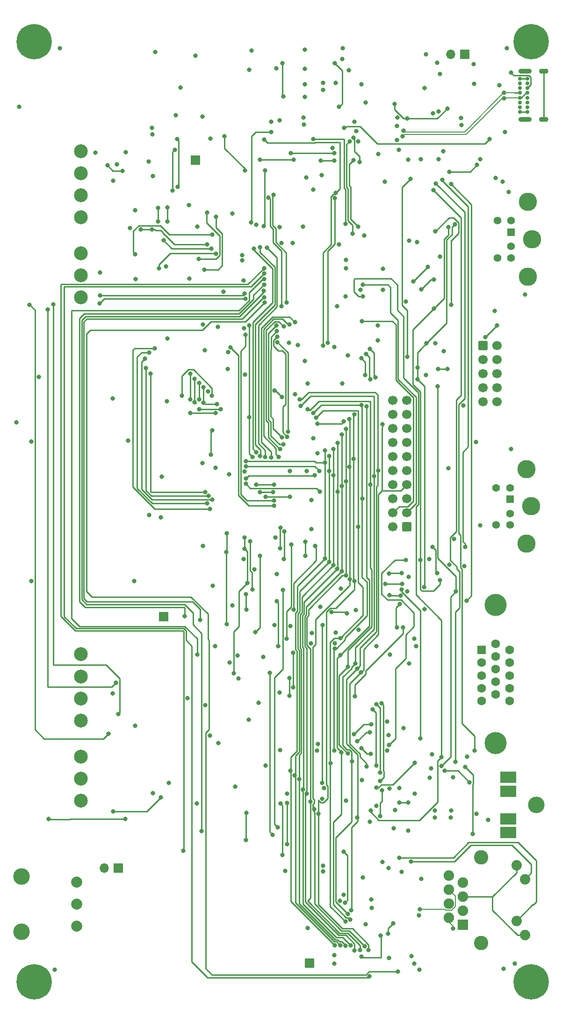
<source format=gbr>
%TF.GenerationSoftware,KiCad,Pcbnew,7.0.10-1.fc38*%
%TF.CreationDate,2024-01-13T22:19:30+01:00*%
%TF.ProjectId,x65-sbc-revA1,7836352d-7362-4632-9d72-657641312e6b,revA1*%
%TF.SameCoordinates,Original*%
%TF.FileFunction,Copper,L4,Bot*%
%TF.FilePolarity,Positive*%
%FSLAX46Y46*%
G04 Gerber Fmt 4.6, Leading zero omitted, Abs format (unit mm)*
G04 Created by KiCad (PCBNEW 7.0.10-1.fc38) date 2024-01-13 22:19:30*
%MOMM*%
%LPD*%
G01*
G04 APERTURE LIST*
G04 Aperture macros list*
%AMRoundRect*
0 Rectangle with rounded corners*
0 $1 Rounding radius*
0 $2 $3 $4 $5 $6 $7 $8 $9 X,Y pos of 4 corners*
0 Add a 4 corners polygon primitive as box body*
4,1,4,$2,$3,$4,$5,$6,$7,$8,$9,$2,$3,0*
0 Add four circle primitives for the rounded corners*
1,1,$1+$1,$2,$3*
1,1,$1+$1,$4,$5*
1,1,$1+$1,$6,$7*
1,1,$1+$1,$8,$9*
0 Add four rect primitives between the rounded corners*
20,1,$1+$1,$2,$3,$4,$5,0*
20,1,$1+$1,$4,$5,$6,$7,0*
20,1,$1+$1,$6,$7,$8,$9,0*
20,1,$1+$1,$8,$9,$2,$3,0*%
G04 Aperture macros list end*
%TA.AperFunction,ComponentPad*%
%ADD10C,2.000000*%
%TD*%
%TA.AperFunction,ComponentPad*%
%ADD11C,3.000000*%
%TD*%
%TA.AperFunction,ComponentPad*%
%ADD12R,3.000000X2.000000*%
%TD*%
%TA.AperFunction,ComponentPad*%
%ADD13C,0.700000*%
%TD*%
%TA.AperFunction,ComponentPad*%
%ADD14O,2.400000X0.900000*%
%TD*%
%TA.AperFunction,ComponentPad*%
%ADD15O,1.700000X0.900000*%
%TD*%
%TA.AperFunction,ComponentPad*%
%ADD16R,1.700000X1.700000*%
%TD*%
%TA.AperFunction,ComponentPad*%
%ADD17RoundRect,0.250000X0.600000X0.600000X-0.600000X0.600000X-0.600000X-0.600000X0.600000X-0.600000X0*%
%TD*%
%TA.AperFunction,ComponentPad*%
%ADD18C,1.700000*%
%TD*%
%TA.AperFunction,ComponentPad*%
%ADD19R,1.398000X1.398000*%
%TD*%
%TA.AperFunction,ComponentPad*%
%ADD20C,1.398000*%
%TD*%
%TA.AperFunction,ComponentPad*%
%ADD21C,3.306000*%
%TD*%
%TA.AperFunction,ComponentPad*%
%ADD22C,6.400000*%
%TD*%
%TA.AperFunction,ComponentPad*%
%ADD23O,1.700000X1.700000*%
%TD*%
%TA.AperFunction,ComponentPad*%
%ADD24C,2.500000*%
%TD*%
%TA.AperFunction,ComponentPad*%
%ADD25C,1.890000*%
%TD*%
%TA.AperFunction,ComponentPad*%
%ADD26R,1.900000X1.900000*%
%TD*%
%TA.AperFunction,ComponentPad*%
%ADD27C,1.900000*%
%TD*%
%TA.AperFunction,ComponentPad*%
%ADD28C,2.600000*%
%TD*%
%TA.AperFunction,ComponentPad*%
%ADD29RoundRect,0.250000X-0.600000X-0.600000X0.600000X-0.600000X0.600000X0.600000X-0.600000X0.600000X0*%
%TD*%
%TA.AperFunction,ComponentPad*%
%ADD30C,4.000000*%
%TD*%
%TA.AperFunction,ComponentPad*%
%ADD31R,1.600000X1.600000*%
%TD*%
%TA.AperFunction,ComponentPad*%
%ADD32C,1.600000*%
%TD*%
%TA.AperFunction,ViaPad*%
%ADD33C,0.800000*%
%TD*%
%TA.AperFunction,Conductor*%
%ADD34C,0.250000*%
%TD*%
%TA.AperFunction,Conductor*%
%ADD35C,0.200000*%
%TD*%
G04 APERTURE END LIST*
D10*
%TO.P,RV1101,1,1*%
%TO.N,Net-(R1107-Pad2)*%
X52781200Y-194957200D03*
%TO.P,RV1101,2,2*%
X52781200Y-190957200D03*
%TO.P,RV1101,3,3*%
%TO.N,/Sound Output/SPK1*%
X52781200Y-186957200D03*
D11*
%TO.P,RV1101,5*%
%TO.N,N/C*%
X42781200Y-195957200D03*
%TO.P,RV1101,6*%
X42781200Y-185957200D03*
%TD*%
D12*
%TO.P,J1104,R*%
%TO.N,/Sound Output/RJACK*%
X130932000Y-178000000D03*
%TO.P,J1104,RN*%
%TO.N,RN_AUDIO*%
X130932000Y-175500000D03*
D11*
%TO.P,J1104,S*%
%TO.N,GND*%
X135932000Y-173000000D03*
D12*
%TO.P,J1104,T*%
%TO.N,/Sound Output/LJACK*%
X130932000Y-168000000D03*
%TO.P,J1104,TN*%
%TO.N,LN_AUDIO*%
X130932000Y-170500000D03*
%TD*%
D13*
%TO.P,J501,A1,GND*%
%TO.N,GND*%
X132975000Y-47650000D03*
%TO.P,J501,A4,VBUS*%
%TO.N,/USB-Terminal/VBUS*%
X132975000Y-46800000D03*
%TO.P,J501,A5,CC1*%
%TO.N,/USB-Terminal/CC1*%
X132975000Y-45950000D03*
%TO.P,J501,A6,D+*%
%TO.N,/USB-Terminal/USBD_P*%
X132975000Y-45100000D03*
%TO.P,J501,A7,D-*%
%TO.N,/USB-Terminal/USBD_N*%
X132975000Y-44250000D03*
%TO.P,J501,A8,SBU1*%
%TO.N,unconnected-(J501-SBU1-PadA8)*%
X132975000Y-43400000D03*
%TO.P,J501,A9,VBUS*%
%TO.N,/USB-Terminal/VBUS*%
X132975000Y-42550000D03*
%TO.P,J501,A12,GND*%
%TO.N,GND*%
X132975000Y-41700000D03*
%TO.P,J501,B1,GND*%
X134325000Y-41700000D03*
%TO.P,J501,B4,VBUS*%
%TO.N,/USB-Terminal/VBUS*%
X134325000Y-42550000D03*
%TO.P,J501,B5,CC2*%
%TO.N,/USB-Terminal/CC2*%
X134325000Y-43400000D03*
%TO.P,J501,B6,D+*%
%TO.N,/USB-Terminal/USBD_P*%
X134325000Y-44250000D03*
%TO.P,J501,B7,D-*%
%TO.N,/USB-Terminal/USBD_N*%
X134325000Y-45100000D03*
%TO.P,J501,B8,SBU2*%
%TO.N,unconnected-(J501-SBU2-PadB8)*%
X134325000Y-45950000D03*
%TO.P,J501,B9,VBUS*%
%TO.N,/USB-Terminal/VBUS*%
X134325000Y-46800000D03*
%TO.P,J501,B12,GND*%
%TO.N,GND*%
X134325000Y-47650000D03*
D14*
%TO.P,J501,S1,SHIELD*%
X133955000Y-49000000D03*
D15*
X137335000Y-49000000D03*
D14*
X133955000Y-40350000D03*
D15*
X137335000Y-40350000D03*
%TD*%
D16*
%TO.P,J704,1,Pin_1*%
%TO.N,GND*%
X94945200Y-201574400D03*
%TD*%
D17*
%TO.P,J601,1,Pin_1*%
%TO.N,GND*%
X112540000Y-122700000D03*
D18*
%TO.P,J601,2,Pin_2*%
%TO.N,~{MWR}*%
X110000000Y-122700000D03*
%TO.P,J601,3,Pin_3*%
%TO.N,~{UE_CS3}*%
X112540000Y-120160000D03*
%TO.P,J601,4,Pin_4*%
%TO.N,~{UE_IRQ}*%
X110000000Y-120160000D03*
%TO.P,J601,5,Pin_5*%
%TO.N,/PS2 Kbd+Mouse\u002C UEXT/UEPWR*%
X112540000Y-117620000D03*
%TO.P,J601,6,Pin_6*%
%TO.N,A4*%
X110000000Y-117620000D03*
%TO.P,J601,7,Pin_7*%
%TO.N,A3*%
X112540000Y-115080000D03*
%TO.P,J601,8,Pin_8*%
%TO.N,A2*%
X110000000Y-115080000D03*
%TO.P,J601,9,Pin_9*%
%TO.N,A1*%
X112540000Y-112540000D03*
%TO.P,J601,10,Pin_10*%
%TO.N,A0*%
X110000000Y-112540000D03*
%TO.P,J601,11,Pin_11*%
%TO.N,D0*%
X112540000Y-110000000D03*
%TO.P,J601,12,Pin_12*%
%TO.N,D1*%
X110000000Y-110000000D03*
%TO.P,J601,13,Pin_13*%
%TO.N,D2*%
X112540000Y-107460000D03*
%TO.P,J601,14,Pin_14*%
%TO.N,D3*%
X110000000Y-107460000D03*
%TO.P,J601,15,Pin_15*%
%TO.N,D4*%
X112540000Y-104920000D03*
%TO.P,J601,16,Pin_16*%
%TO.N,D5*%
X110000000Y-104920000D03*
%TO.P,J601,17,Pin_17*%
%TO.N,D6*%
X112540000Y-102380000D03*
%TO.P,J601,18,Pin_18*%
%TO.N,D7*%
X110000000Y-102380000D03*
%TO.P,J601,19,Pin_19*%
%TO.N,~{MRD}*%
X112540000Y-99840000D03*
%TO.P,J601,20,Pin_20*%
%TO.N,GND*%
X110000000Y-99840000D03*
%TD*%
D16*
%TO.P,J703,1,Pin_1*%
%TO.N,GND*%
X68529200Y-138988800D03*
%TD*%
D19*
%TO.P,J606,1*%
%TO.N,/PS2 Kbd+Mouse\u002C UEXT/PS2B_DATA5*%
X131410800Y-69412400D03*
D20*
%TO.P,J606,2*%
%TO.N,unconnected-(J606-Pad2)*%
X131410800Y-72012400D03*
%TO.P,J606,3*%
%TO.N,GND*%
X131410800Y-67362400D03*
%TO.P,J606,4*%
%TO.N,+5V*%
X131410800Y-74062400D03*
%TO.P,J606,5*%
%TO.N,/PS2 Kbd+Mouse\u002C UEXT/PS2B_CLK5*%
X128920800Y-67362400D03*
%TO.P,J606,6*%
%TO.N,unconnected-(J606-Pad6)*%
X128920800Y-74062400D03*
D21*
%TO.P,J606,S1*%
%TO.N,N/C*%
X135220800Y-70712400D03*
%TO.P,J606,S2*%
X134410800Y-77472400D03*
%TO.P,J606,S3*%
X134410800Y-63952400D03*
%TD*%
D22*
%TO.P,H101,1,1*%
%TO.N,GND*%
X45000000Y-35000000D03*
%TD*%
%TO.P,H103,1,1*%
%TO.N,GND*%
X135000000Y-205000000D03*
%TD*%
D16*
%TO.P,J1101,1,Pin_1*%
%TO.N,/Sound Output/SPK1*%
X60299600Y-184454800D03*
D23*
%TO.P,J1101,2,Pin_2*%
%TO.N,/Sound Output/SPK2*%
X57759600Y-184454800D03*
%TD*%
D24*
%TO.P,J403,1,V+5V*%
%TO.N,+5V*%
X53500000Y-54750000D03*
%TO.P,J403,2,CLOCK*%
%TO.N,Net-(J403-CLOCK)*%
X53500000Y-58750000D03*
%TO.P,J403,3,LATCH*%
%TO.N,Net-(J403-LATCH)*%
X53500000Y-62750000D03*
%TO.P,J403,4,DATA1*%
%TO.N,Net-(J403-DATA1)*%
X53500000Y-66750000D03*
%TO.P,J403,5,DATA2*%
%TO.N,unconnected-(J403-DATA2-Pad5)*%
X53500000Y-73250000D03*
%TO.P,J403,6,IOBIT*%
%TO.N,unconnected-(J403-IOBIT-Pad6)*%
X53500000Y-77250000D03*
%TO.P,J403,7,GND*%
%TO.N,GND*%
X53500000Y-81250000D03*
%TD*%
D25*
%TO.P,J1201,L1,LEDY_A*%
%TO.N,/Ethernet/CTVDD*%
X132380000Y-183890000D03*
%TO.P,J1201,L2,LEDY_K*%
%TO.N,/Ethernet/LEDYK*%
X133900000Y-186430000D03*
%TO.P,J1201,L3,LEDG_K*%
%TO.N,/Ethernet/LEDGK*%
X132380000Y-194000000D03*
%TO.P,J1201,L4,LEDG_A*%
%TO.N,/Ethernet/CTVDD*%
X133900000Y-196540000D03*
D26*
%TO.P,J1201,R1,TD+*%
%TO.N,/Ethernet/TDP*%
X122660000Y-194660000D03*
D27*
%TO.P,J1201,R2,TD-*%
%TO.N,/Ethernet/TDN*%
X120120000Y-193390000D03*
%TO.P,J1201,R3,RD+*%
%TO.N,/Ethernet/RDP*%
X122660000Y-192120000D03*
%TO.P,J1201,R4,TCT*%
%TO.N,/Ethernet/CTVDD*%
X120120000Y-190850000D03*
%TO.P,J1201,R5,RCT*%
X122660000Y-189580000D03*
%TO.P,J1201,R6,RD-*%
%TO.N,/Ethernet/RDN*%
X120120000Y-188310000D03*
%TO.P,J1201,R7,NC*%
%TO.N,unconnected-(J1201-NC-PadR7)*%
X122660000Y-187040000D03*
%TO.P,J1201,R8,GND*%
%TO.N,GND*%
X120120000Y-185770000D03*
D28*
%TO.P,J1201,SH,SHIELD*%
%TO.N,/Ethernet/LANSH*%
X125950000Y-197990000D03*
X125950000Y-182440000D03*
%TD*%
D16*
%TO.P,J702,1,Pin_1*%
%TO.N,GND*%
X74244200Y-56438800D03*
%TD*%
D24*
%TO.P,J404,1,V+5V*%
%TO.N,+5V*%
X53500000Y-145750000D03*
%TO.P,J404,2,CLOCK*%
%TO.N,Net-(J404-CLOCK)*%
X53500000Y-149750000D03*
%TO.P,J404,3,LATCH*%
%TO.N,Net-(J404-LATCH)*%
X53500000Y-153750000D03*
%TO.P,J404,4,DATA1*%
%TO.N,Net-(J404-DATA1)*%
X53500000Y-157750000D03*
%TO.P,J404,5,DATA2*%
%TO.N,unconnected-(J404-DATA2-Pad5)*%
X53500000Y-164250000D03*
%TO.P,J404,6,IOBIT*%
%TO.N,unconnected-(J404-IOBIT-Pad6)*%
X53500000Y-168250000D03*
%TO.P,J404,7,GND*%
%TO.N,GND*%
X53500000Y-172250000D03*
%TD*%
D29*
%TO.P,J603,1,3V3*%
%TO.N,/PS2 Kbd+Mouse\u002C UEXT/UE_3V3*%
X126302500Y-89920000D03*
D18*
%TO.P,J603,2,GND*%
%TO.N,GND*%
X128842500Y-89920000D03*
%TO.P,J603,3,TXD*%
%TO.N,UE_TXD*%
X126302500Y-92460000D03*
%TO.P,J603,4,RXD*%
%TO.N,UE_RXD*%
X128842500Y-92460000D03*
%TO.P,J603,5,SCL*%
%TO.N,UE_SCL*%
X126302500Y-95000000D03*
%TO.P,J603,6,SDA*%
%TO.N,UE_SDA*%
X128842500Y-95000000D03*
%TO.P,J603,7,MISO*%
%TO.N,UE_MISO*%
X126302500Y-97540000D03*
%TO.P,J603,8,MOSI*%
%TO.N,UE_MOSI*%
X128842500Y-97540000D03*
%TO.P,J603,9,SCK*%
%TO.N,UE_SCK*%
X126302500Y-100080000D03*
%TO.P,J603,10,~{SSEL}*%
%TO.N,~{UE_CS}*%
X128842500Y-100080000D03*
%TD*%
D16*
%TO.P,J701,1,Pin_1*%
%TO.N,GND*%
X122991800Y-37236400D03*
D23*
%TO.P,J701,2,Pin_2*%
%TO.N,+5V*%
X120451800Y-37236400D03*
%TD*%
D30*
%TO.P,J801,0*%
%TO.N,GND*%
X128575000Y-161810000D03*
X128575000Y-136820000D03*
D31*
%TO.P,J801,1*%
%TO.N,/VERA FPGA/RED*%
X126035000Y-145000000D03*
D32*
%TO.P,J801,2*%
%TO.N,/VERA FPGA/GREEN*%
X126035000Y-147290000D03*
%TO.P,J801,3*%
%TO.N,/VERA FPGA/BLUE*%
X126035000Y-149580000D03*
%TO.P,J801,4*%
%TO.N,unconnected-(J801-Pad4)*%
X126035000Y-151870000D03*
%TO.P,J801,5*%
%TO.N,GND*%
X126035000Y-154160000D03*
%TO.P,J801,6*%
X128575000Y-143860000D03*
%TO.P,J801,7*%
X128575000Y-146150000D03*
%TO.P,J801,8*%
X128575000Y-148440000D03*
%TO.P,J801,9*%
%TO.N,+5V*%
X128575000Y-150730000D03*
%TO.P,J801,10*%
%TO.N,GND*%
X128575000Y-153020000D03*
%TO.P,J801,11*%
%TO.N,unconnected-(J801-Pad11)*%
X131115000Y-145000000D03*
%TO.P,J801,12*%
%TO.N,unconnected-(J801-Pad12)*%
X131115000Y-147290000D03*
%TO.P,J801,13*%
%TO.N,/VERA FPGA/HSYNC*%
X131115000Y-149580000D03*
%TO.P,J801,14*%
%TO.N,/VERA FPGA/VSYNC*%
X131115000Y-151870000D03*
%TO.P,J801,15*%
%TO.N,unconnected-(J801-Pad15)*%
X131115000Y-154160000D03*
%TD*%
D19*
%TO.P,J605,1*%
%TO.N,/PS2 Kbd+Mouse\u002C UEXT/PS2A_DATA5*%
X131190000Y-117700000D03*
D20*
%TO.P,J605,2*%
%TO.N,unconnected-(J605-Pad2)*%
X131190000Y-120300000D03*
%TO.P,J605,3*%
%TO.N,GND*%
X131190000Y-115650000D03*
%TO.P,J605,4*%
%TO.N,+5V*%
X131190000Y-122350000D03*
%TO.P,J605,5*%
%TO.N,/PS2 Kbd+Mouse\u002C UEXT/PS2A_CLK5*%
X128700000Y-115650000D03*
%TO.P,J605,6*%
%TO.N,unconnected-(J605-Pad6)*%
X128700000Y-122350000D03*
D21*
%TO.P,J605,S1*%
%TO.N,N/C*%
X135000000Y-119000000D03*
%TO.P,J605,S2*%
X134190000Y-125760000D03*
%TO.P,J605,S3*%
X134190000Y-112240000D03*
%TD*%
D22*
%TO.P,H104,1,1*%
%TO.N,GND*%
X45000000Y-205000000D03*
%TD*%
%TO.P,H102,1,1*%
%TO.N,GND*%
X135000000Y-35000000D03*
%TD*%
D33*
%TO.N,GND*%
X107391200Y-55321200D03*
%TO.N,DIPLED1*%
X83210400Y-58242200D03*
X86842600Y-58267600D03*
%TO.N,DIPLED0*%
X85928200Y-56337200D03*
%TO.N,DIPLED1*%
X79527400Y-52120800D03*
%TO.N,GND*%
X87960200Y-49479200D03*
%TO.N,+3V3*%
X83972400Y-40030400D03*
%TO.N,GND*%
X112792600Y-177646400D03*
X83007200Y-128574800D03*
X117246400Y-47904400D03*
X99923600Y-82786500D03*
X75946000Y-90779600D03*
X85242400Y-68122800D03*
X130302000Y-51358800D03*
X108559600Y-60299600D03*
X75590400Y-86106000D03*
X106163200Y-191616400D03*
X94277450Y-59544950D03*
X108204000Y-76045500D03*
X114799200Y-202792400D03*
X116670250Y-168070000D03*
X99060000Y-54203600D03*
X105096400Y-194613600D03*
X103835200Y-141325600D03*
X129855100Y-60280400D03*
X68884800Y-75641200D03*
X112979200Y-70967600D03*
X56159400Y-55016400D03*
X103073200Y-49479200D03*
X71500000Y-43250000D03*
X97343600Y-42428400D03*
X110744000Y-52730900D03*
X65786000Y-56692800D03*
X109211200Y-184453600D03*
X44492000Y-132536000D03*
X118059200Y-38811200D03*
X86563200Y-146202400D03*
X80060800Y-94132400D03*
X111099600Y-54508400D03*
X104394000Y-168503600D03*
X125018800Y-107391200D03*
X66497200Y-51714400D03*
X81483200Y-169722800D03*
X100584000Y-133858000D03*
X107238800Y-86258400D03*
X99390200Y-200177400D03*
X79298800Y-80162400D03*
X125780800Y-122478800D03*
X94093600Y-36428400D03*
X91897200Y-71374000D03*
X94589600Y-96824800D03*
X101549200Y-172262800D03*
X108966000Y-157937200D03*
X95199200Y-143764000D03*
X117635450Y-173988200D03*
X101083200Y-189228800D03*
X96266000Y-163169600D03*
X80924400Y-136956800D03*
X74625200Y-68427600D03*
X74250000Y-37500000D03*
X122961400Y-129819400D03*
X101473000Y-74422000D03*
X110185200Y-177190400D03*
X114706400Y-192989200D03*
X73050400Y-64516000D03*
X112623600Y-134366000D03*
X110744000Y-50190400D03*
X66548000Y-59283600D03*
X113977850Y-170914800D03*
X63161000Y-132536000D03*
X99381888Y-90158886D03*
X59334400Y-60147200D03*
X110794056Y-48717944D03*
X120937450Y-167993800D03*
X44492000Y-107263000D03*
X119100600Y-54787800D03*
X89560400Y-163118800D03*
X109194600Y-160375600D03*
X84404200Y-36626800D03*
X113334800Y-200329800D03*
X118516400Y-40792400D03*
X94403000Y-112597000D03*
X117094000Y-163830000D03*
X90846605Y-170942000D03*
X82753200Y-73609200D03*
X95554800Y-106730800D03*
X94093600Y-39928400D03*
X66548000Y-170891200D03*
X132080000Y-201676000D03*
X99669600Y-42468800D03*
X62018000Y-107136000D03*
X103674500Y-53002125D03*
X90474800Y-184962800D03*
X109321600Y-200634600D03*
X69138800Y-88646000D03*
X94072800Y-92708800D03*
X115075500Y-56235600D03*
X116586000Y-128574800D03*
X104537600Y-186130000D03*
X80467200Y-147269200D03*
X89458800Y-68478400D03*
X120556450Y-174013600D03*
X112877600Y-131759800D03*
X122301000Y-48750000D03*
X68114000Y-113613000D03*
X95300800Y-141884400D03*
X125831600Y-56235600D03*
X130039200Y-202589200D03*
X108204000Y-79883000D03*
X112979200Y-147421600D03*
X130657600Y-36169600D03*
X83007200Y-78130400D03*
X89484200Y-152654000D03*
X76047600Y-154990800D03*
X117694800Y-89508400D03*
X100420441Y-190332209D03*
X84886800Y-130403600D03*
X111607600Y-185115200D03*
X110409700Y-173928245D03*
X129286000Y-42824400D03*
X67987000Y-120979000D03*
X49682400Y-36169600D03*
X70662800Y-48310800D03*
X59232800Y-152806400D03*
X56946800Y-76708000D03*
X94093600Y-42678400D03*
X78384400Y-161798000D03*
X97383600Y-183997600D03*
X114198400Y-144272000D03*
X67005200Y-36830000D03*
X116000000Y-37250000D03*
X127254000Y-175666400D03*
X100838000Y-38100000D03*
X106112400Y-190092400D03*
X108966000Y-163144200D03*
X48768000Y-202793600D03*
X80306000Y-113232000D03*
X97343600Y-43678400D03*
X106984800Y-144322800D03*
X94093600Y-44928400D03*
X76860400Y-160430000D03*
X125116300Y-174584550D03*
X119241700Y-90982800D03*
X111150400Y-169976800D03*
X83921600Y-157581600D03*
X88544400Y-140462000D03*
%TO.N,~{M1CS}*%
X77004000Y-109676000D03*
X77258000Y-105231000D03*
X71800000Y-98949500D03*
X77224500Y-99000000D03*
%TO.N,~{CABORT}*%
X64304000Y-68909000D03*
X76343500Y-71604000D03*
X66348000Y-68937000D03*
%TO.N,CBE*%
X74839853Y-74262451D03*
X76334944Y-65905056D03*
%TO.N,~{CRES}*%
X69180000Y-67502500D03*
X69189600Y-64922400D03*
%TO.N,CRDY*%
X77143000Y-72366000D03*
X68455500Y-70842000D03*
X67513200Y-65024000D03*
X67500000Y-67462500D03*
%TO.N,A0*%
X103558076Y-148352384D03*
X93167200Y-99695000D03*
X102469929Y-192006346D03*
X88517500Y-98075500D03*
X89883525Y-99274348D03*
X103581200Y-175260000D03*
X107377100Y-112547400D03*
X76500000Y-98224500D03*
%TO.N,A1*%
X93310800Y-100808600D03*
X75700000Y-97500000D03*
X103206500Y-147395000D03*
X106629200Y-113538000D03*
X101827263Y-192705300D03*
X102614005Y-165098800D03*
X78172400Y-100532000D03*
X75726020Y-100219266D03*
%TO.N,A2*%
X74922740Y-99624500D03*
X105906700Y-115062000D03*
X101856500Y-148030000D03*
X78782000Y-101483100D03*
X101822705Y-163676400D03*
X74900000Y-96700000D03*
X94530000Y-101483100D03*
X74922740Y-101446400D03*
%TO.N,A3*%
X104206500Y-149046000D03*
X108077000Y-104179500D03*
X96356000Y-104037200D03*
X74111371Y-100208180D03*
X105226305Y-166064000D03*
X101126294Y-103673906D03*
X74100000Y-95900000D03*
%TO.N,A4*%
X73288000Y-95000000D03*
X104444800Y-117652800D03*
X104280557Y-100693748D03*
X73300000Y-99624500D03*
X99422844Y-163143000D03*
X95546000Y-102157600D03*
X99483000Y-144688500D03*
X73300000Y-102157600D03*
X77918400Y-102157600D03*
%TO.N,A5*%
X75988000Y-116407000D03*
X66100000Y-95000000D03*
%TO.N,A6*%
X76581150Y-117148437D03*
X65300000Y-94000000D03*
%TO.N,A7*%
X77263189Y-117822937D03*
X65100000Y-92300000D03*
%TO.N,A8*%
X76369000Y-118497437D03*
X65900000Y-91200000D03*
%TO.N,A9*%
X66900000Y-90400000D03*
X76877000Y-119455000D03*
%TO.N,A10*%
X88434000Y-118920003D03*
X80560000Y-90245000D03*
%TO.N,A11*%
X88434000Y-117970500D03*
X83325500Y-87959000D03*
%TO.N,~{CVP}*%
X77974893Y-73312107D03*
X67618000Y-75922000D03*
%TO.N,~{CML}*%
X77270000Y-69826000D03*
X63300000Y-73400000D03*
%TO.N,D0*%
X91459505Y-166775200D03*
X97663000Y-111074200D03*
X99508400Y-198423600D03*
X97705000Y-128421200D03*
X97705000Y-108889800D03*
X83354000Y-110819000D03*
%TO.N,D1*%
X83354000Y-111768503D03*
X98501200Y-112623600D03*
X98467000Y-129056200D03*
X96647000Y-112623600D03*
X98467000Y-109930000D03*
X100493344Y-198392544D03*
X92196105Y-167689600D03*
%TO.N,D2*%
X93034305Y-168324600D03*
X99212400Y-113395500D03*
X95808800Y-113395500D03*
X101439833Y-198468131D03*
X99215945Y-129678775D03*
X83354000Y-113994000D03*
X99229000Y-108660000D03*
%TO.N,D3*%
X99974400Y-116382800D03*
X96799400Y-116357400D03*
X102387474Y-198408709D03*
X99903739Y-130333369D03*
X83354000Y-114943503D03*
X93720105Y-170153400D03*
X99991000Y-107517000D03*
%TO.N,~{MWR}*%
X100499000Y-142823000D03*
X103713500Y-122732800D03*
X96104800Y-102970400D03*
X83975500Y-86258400D03*
X83975500Y-102868800D03*
X98698505Y-165454400D03*
X84584500Y-110057000D03*
X101388000Y-194054800D03*
%TO.N,A19*%
X92244000Y-85673000D03*
X87926000Y-110144500D03*
%TO.N,A12*%
X86876195Y-110048583D03*
X87164000Y-72211000D03*
X91355000Y-117296000D03*
X86910000Y-117296000D03*
%TO.N,A13*%
X88307000Y-116470000D03*
X85894000Y-116470000D03*
X85969073Y-72130927D03*
X85939038Y-109895971D03*
%TO.N,A14*%
X85296080Y-109197287D03*
X84800000Y-72400000D03*
X88434000Y-115071003D03*
X85219500Y-115071003D03*
%TO.N,D4*%
X94428005Y-170966200D03*
X100711000Y-115290600D03*
X100753000Y-105993000D03*
X100753000Y-130758000D03*
X103022400Y-199288400D03*
%TO.N,D5*%
X104030409Y-199230813D03*
X101473000Y-114503200D03*
X95117105Y-172363200D03*
X101475500Y-104977000D03*
X101471300Y-131516380D03*
%TO.N,D6*%
X102150000Y-132180400D03*
X95777505Y-173709400D03*
X102145800Y-111887000D03*
X104901771Y-198540143D03*
X102133400Y-103200200D03*
%TO.N,D7*%
X103013600Y-102411600D03*
X96514105Y-174573000D03*
X103039000Y-132536000D03*
X105569693Y-199255298D03*
X102895400Y-110439200D03*
%TO.N,~{MRD}*%
X89323000Y-110070000D03*
X102283371Y-193738787D03*
X105198000Y-100938400D03*
X91300000Y-86146500D03*
X105003600Y-95224600D03*
X100499000Y-145871000D03*
X104267000Y-92252800D03*
X100634800Y-163525200D03*
%TO.N,A15*%
X89577000Y-108660000D03*
X90216243Y-86483757D03*
%TO.N,A16*%
X88900000Y-86300000D03*
X90201984Y-107781015D03*
%TO.N,A17*%
X88989684Y-87307101D03*
X89895000Y-106520143D03*
%TO.N,A18*%
X89100000Y-88300497D03*
X90839720Y-106424960D03*
%TO.N,A20*%
X90974000Y-105485000D03*
X89100000Y-89300000D03*
%TO.N,~{FLASHCS}*%
X113233200Y-59791600D03*
X112623600Y-91948000D03*
%TO.N,FSCK*%
X117657200Y-69312200D03*
X102700000Y-69680000D03*
X121437400Y-134416800D03*
X118134000Y-97258591D03*
X102153000Y-52980000D03*
X120599000Y-82528591D03*
X118784500Y-165963600D03*
%TO.N,FMOSI*%
X114996600Y-128727200D03*
X117448500Y-83268591D03*
X120050000Y-68480000D03*
X118556400Y-132359800D03*
X102900000Y-56380000D03*
X112369600Y-128676400D03*
X103750000Y-68464500D03*
X109270800Y-162153600D03*
%TO.N,FMISO*%
X115671600Y-133654800D03*
X116051296Y-89541296D03*
X95550000Y-52580000D03*
X115011200Y-160934400D03*
X114424000Y-93929200D03*
X114424000Y-95993091D03*
X121250000Y-67980000D03*
X101450000Y-67884500D03*
X111621700Y-134061200D03*
%TO.N,/NORA FPGA/ATTBTN*%
X87985600Y-51308000D03*
X127508000Y-52578000D03*
X84315500Y-67665600D03*
X101142800Y-50596800D03*
%TO.N,/USB-Terminal/USBD_P*%
X111757847Y-52046797D03*
X130098800Y-45196303D03*
%TO.N,+1V2*%
X83210400Y-95148400D03*
X78282800Y-86512400D03*
X95605600Y-61722000D03*
X99610000Y-141807000D03*
X95250000Y-117856000D03*
X109372400Y-170027600D03*
X104140000Y-79883000D03*
X113893600Y-142900400D03*
X92252800Y-98704400D03*
X97555505Y-169899400D03*
X100279200Y-71678800D03*
X104851200Y-70053200D03*
X95250000Y-123139200D03*
X89458800Y-49174400D03*
%TO.N,/PS2 Kbd+Mouse\u002C UEXT/UE_3V3*%
X128841500Y-86296500D03*
X126746000Y-88392000D03*
%TO.N,Net-(U201-NC{slash}E)*%
X78000000Y-66680000D03*
X75873000Y-76176000D03*
%TO.N,CPUTYPE02*%
X125250000Y-57250000D03*
X120250000Y-58500000D03*
%TO.N,/USB-Terminal/FTDI1V8*%
X110300000Y-46200000D03*
X112623600Y-48869600D03*
X119900000Y-47050000D03*
%TO.N,/USB-Terminal/USBD_N*%
X130098800Y-44246800D03*
X111899901Y-51107981D03*
%TO.N,/USB-Terminal/CC2*%
X131368800Y-40589200D03*
%TO.N,NORADONE*%
X99661578Y-62307538D03*
X86664800Y-52654200D03*
X97332800Y-89966800D03*
%TO.N,~{NORARST}*%
X99517200Y-63246000D03*
X98196400Y-89394500D03*
%TO.N,ICD_SCK*%
X91553500Y-55168800D03*
X99425000Y-55155000D03*
%TO.N,ICD_MISO*%
X104000000Y-56750000D03*
X102835934Y-52320336D03*
%TO.N,I2C_SDA*%
X90779600Y-82143600D03*
X70916800Y-52578000D03*
X70993000Y-61239400D03*
X88366600Y-62661800D03*
%TO.N,I2C_SCL*%
X70104000Y-61925200D03*
X87491700Y-63144400D03*
X89814400Y-82854800D03*
X70496300Y-54508400D03*
%TO.N,~{VCS0}*%
X97207605Y-169010400D03*
X97273200Y-140511600D03*
X72339200Y-138836400D03*
X86664800Y-78892400D03*
%TO.N,~{VIRQ}*%
X75082400Y-139561700D03*
X86664800Y-81178400D03*
%TO.N,/USB-Terminal/ICD2NORAROM*%
X96900000Y-56500000D03*
X99400000Y-56500000D03*
%TO.N,+3V3*%
X85674200Y-154508200D03*
X116890800Y-166420800D03*
X96469200Y-162001200D03*
X94538800Y-195275200D03*
X65836800Y-120548400D03*
X111963200Y-159131000D03*
X97383600Y-185013600D03*
X124693800Y-42570400D03*
X113893600Y-201676000D03*
X118237000Y-47599600D03*
X77419200Y-133400800D03*
X96367600Y-109423200D03*
X66366557Y-50567757D03*
X93827600Y-48666400D03*
X80924400Y-66040000D03*
X120243600Y-129540000D03*
X114401600Y-71221600D03*
X97207605Y-171871500D03*
X89865200Y-71374000D03*
X100850000Y-96750000D03*
X93878400Y-49987200D03*
X73152000Y-77825600D03*
X103378000Y-51155600D03*
X42367200Y-46736000D03*
X101473000Y-75946000D03*
X107238800Y-89001600D03*
X86944200Y-165910900D03*
X77927200Y-112014000D03*
X74472800Y-172720000D03*
X83058000Y-86817200D03*
X109474000Y-145796000D03*
X116027200Y-95300800D03*
X99445839Y-143739727D03*
X115773200Y-43383200D03*
X128473200Y-83667600D03*
X91355000Y-112597000D03*
X61645800Y-54991000D03*
X122732800Y-100736400D03*
X92760800Y-89865200D03*
X118516400Y-73812400D03*
X59283600Y-99466400D03*
X101850000Y-91700000D03*
X115722400Y-137566400D03*
X133908800Y-80721200D03*
X77774800Y-144272000D03*
X62382400Y-68681600D03*
X120091200Y-112115600D03*
X82753200Y-74558703D03*
X69088000Y-100025200D03*
X105100000Y-45950000D03*
X112369600Y-81940400D03*
X100939600Y-36169600D03*
X63449200Y-77876400D03*
X76962000Y-52527200D03*
X75539600Y-111201200D03*
X41859200Y-103784400D03*
X81864200Y-145973800D03*
X104294300Y-42672000D03*
X72796400Y-153670000D03*
X91186000Y-89408000D03*
X118262400Y-56210200D03*
X103249953Y-137805818D03*
X123444000Y-164236400D03*
X91440000Y-140665200D03*
X82042000Y-150114000D03*
X97129600Y-59131200D03*
X63296800Y-65481200D03*
X45923200Y-95605600D03*
X83100000Y-112724000D03*
X105816400Y-176022000D03*
X75641200Y-126136400D03*
X107035600Y-173197000D03*
X120497600Y-175293400D03*
X80205889Y-91126000D03*
X128625600Y-59639200D03*
X117602000Y-175310800D03*
X75488800Y-48514000D03*
X121107200Y-124917200D03*
X99364800Y-201701400D03*
X101396800Y-81045500D03*
X115104000Y-186333200D03*
X88696800Y-124663200D03*
X122428000Y-50088800D03*
X112776000Y-56286400D03*
X89001600Y-131216400D03*
X108102400Y-183337200D03*
X93704500Y-68427600D03*
X96824800Y-137160000D03*
%TO.N,CPULED0*%
X83295013Y-81499864D03*
X56910500Y-82346800D03*
%TO.N,CPULED1*%
X83108800Y-80568800D03*
X56946800Y-80873600D03*
%TO.N,/Power Supply/RAW3V3*%
X100279200Y-46786800D03*
X99517200Y-38912800D03*
%TO.N,/Power Supply/RAW1V2*%
X89966800Y-38862000D03*
X90170000Y-44856400D03*
%TO.N,PS2M_DATA*%
X105130600Y-91440000D03*
X105873000Y-95986600D03*
%TO.N,PS2M_CLK*%
X106807000Y-95656400D03*
X105856400Y-90525600D03*
%TO.N,R_AUDIO*%
X123901200Y-168910000D03*
X119380000Y-166827200D03*
%TO.N,/Ethernet/~{WIZRST}*%
X104267000Y-200456800D03*
X107797600Y-196596000D03*
%TO.N,/Ethernet/1V2A*%
X110074800Y-194410400D03*
X109160400Y-196239200D03*
%TO.N,Net-(D802-K)*%
X98907600Y-138074400D03*
X101701600Y-138328400D03*
%TO.N,VERAFCS*%
X118013000Y-131084800D03*
X117144800Y-126339600D03*
X118973600Y-59994800D03*
X123139200Y-126339600D03*
%TO.N,AURAFCS*%
X117805200Y-60604400D03*
X124815600Y-163169600D03*
%TO.N,~{VRST}*%
X110774073Y-140898473D03*
X123342400Y-136042400D03*
X111252000Y-136652000D03*
X120523000Y-60731400D03*
%TO.N,~{ARST}*%
X113944400Y-165354000D03*
X117348000Y-61823600D03*
X106995758Y-169871500D03*
X121310400Y-165201600D03*
%TO.N,/SD-Card/CLK*%
X90322400Y-123545600D03*
X90271600Y-128574800D03*
%TO.N,/SD-Card/DAT0*%
X89662000Y-122834400D03*
X89560400Y-126593600D03*
%TO.N,/Sound Output/SPK2*%
X67970400Y-171602400D03*
X59385200Y-174142400D03*
%TO.N,/Ethernet/LEDYK*%
X113284000Y-183199400D03*
%TO.N,/Ethernet/LEDGK*%
X111201200Y-182524400D03*
%TO.N,/Ethernet/TDN*%
X120895200Y-195309500D03*
%TO.N,/Ethernet/RDN*%
X114909600Y-191857600D03*
%TO.N,VFPGA_CDONE*%
X83108800Y-124650300D03*
X91287600Y-153263600D03*
X83159600Y-126644400D03*
X81189200Y-149188800D03*
X83616800Y-132892800D03*
X111810800Y-140868400D03*
X103124000Y-153314400D03*
X91236800Y-150012400D03*
%TO.N,AFPGA_CDONE*%
X107696000Y-175006000D03*
X87680800Y-149148800D03*
X108051600Y-170383200D03*
X88239600Y-178409600D03*
%TO.N,/Sound Output/MONOMIX*%
X124460000Y-178257200D03*
X123139200Y-166166800D03*
X83515200Y-174396400D03*
X83362800Y-179374800D03*
%TO.N,VSYSCLK*%
X91948000Y-151739600D03*
X91948000Y-145440400D03*
%TO.N,ASYSCLK*%
X90807500Y-172669200D03*
X90807500Y-180071900D03*
%TO.N,~{VSPI_SSEL}*%
X83413600Y-134874000D03*
X92035500Y-137668000D03*
X109270800Y-131165600D03*
X95961200Y-126150500D03*
X83464400Y-137668000D03*
X111622200Y-131114800D03*
%TO.N,VAUDIO_BCK*%
X106324400Y-155702000D03*
X106984800Y-165912800D03*
%TO.N,VAUDIO_DATA*%
X107659288Y-167186930D03*
X106988011Y-154770280D03*
%TO.N,AUDIO_DATA*%
X112790100Y-172567600D03*
X111201200Y-172581700D03*
%TO.N,VAUDIO_LRCK*%
X107918353Y-154580493D03*
X107696000Y-168656000D03*
%TO.N,~{AFLASH_SSEL}*%
X105816400Y-159837600D03*
X103554805Y-161493200D03*
%TO.N,ASPI_SCK*%
X106019600Y-163779200D03*
X104275205Y-162763200D03*
%TO.N,~{ERST}*%
X105765600Y-204012800D03*
X86664800Y-76911200D03*
%TO.N,/Ethernet/XSCI*%
X89662000Y-172770800D03*
X90017600Y-182016400D03*
%TO.N,UE_SCL*%
X115163600Y-79806800D03*
X117411500Y-78016100D03*
%TO.N,/LEDs\u002C RTC\u002C SNES/NESCLOCK5*%
X47498000Y-83413600D03*
X59893200Y-150876000D03*
X61010800Y-58318400D03*
X58318400Y-57353200D03*
%TO.N,/LEDs\u002C RTC\u002C SNES/NESLATCH5*%
X60248800Y-156565600D03*
X48514000Y-82448400D03*
%TO.N,/LEDs\u002C RTC\u002C SNES/NES1DATA5*%
X44196000Y-82550000D03*
X58521600Y-160121600D03*
%TO.N,~{ECS2}*%
X86664800Y-75946000D03*
X72085200Y-181305200D03*
X101311416Y-190660415D03*
X101092000Y-181420900D03*
%TO.N,~{ACS1}*%
X86614000Y-80060800D03*
X75387200Y-177749200D03*
%TO.N,VSPI_MOSI*%
X79908400Y-123915300D03*
X79857600Y-127250300D03*
X79908400Y-140309600D03*
%TO.N,VSPI_SCK*%
X85902800Y-127965200D03*
X109423200Y-135077200D03*
X94183200Y-125425200D03*
X94183200Y-127914400D03*
X111404400Y-135178800D03*
X85090000Y-141732000D03*
%TO.N,VSPI_MISO*%
X91592400Y-125918600D03*
X111658400Y-133045200D03*
X90779600Y-142951200D03*
X108647100Y-133045200D03*
%TO.N,~{SD_SSEL}*%
X84124800Y-125349300D03*
X89154000Y-177038000D03*
X90068400Y-134162800D03*
X84582000Y-134061200D03*
%TO.N,~{VFLASH_SSEL}*%
X88950800Y-136144000D03*
X89204800Y-144272000D03*
%TO.N,ASPI_MISO*%
X102920800Y-160172400D03*
X106070400Y-158394400D03*
%TO.N,~{AIRQ}*%
X105968800Y-173990000D03*
X104597200Y-81026000D03*
X118821200Y-164338000D03*
%TO.N,UE_SDA*%
X113715800Y-78359000D03*
X116357400Y-75692000D03*
%TO.N,Net-(D1003-K)*%
X47650400Y-175564800D03*
X61518800Y-175564800D03*
%TO.N,~{EIRQ}*%
X110947200Y-203149200D03*
X86782571Y-82120571D03*
%TO.N,VEAURADONE*%
X74574400Y-145796000D03*
X86715600Y-77876400D03*
%TO.N,/NORA FPGA/FIO2*%
X119924000Y-94168591D03*
X118174000Y-94168591D03*
%TO.N,~{UE_CS3}*%
X104597200Y-78951500D03*
%TO.N,~{UE_IRQ}*%
X104394000Y-85545500D03*
%TO.N,+5V*%
X131419600Y-108661200D03*
X102057200Y-40132000D03*
X69443600Y-169011600D03*
X88900000Y-39827200D03*
X63347600Y-158699200D03*
X59999100Y-57200800D03*
X124612400Y-39014400D03*
X131013200Y-62179200D03*
%TO.N,DIPLED0*%
X92053500Y-56337200D03*
%TO.N,DIPLED1*%
X86614000Y-68326000D03*
%TD*%
D34*
%TO.N,DIPLED0*%
X85928200Y-56337200D02*
X92053500Y-56337200D01*
%TO.N,DIPLED1*%
X83210400Y-58242200D02*
X83210400Y-57962800D01*
X83210400Y-57962800D02*
X79527400Y-54279800D01*
X79527400Y-54279800D02*
X79527400Y-52120800D01*
X86817200Y-58293000D02*
X86842600Y-58267600D01*
X86817200Y-60401200D02*
X86817200Y-58293000D01*
%TO.N,NORADONE*%
X87265600Y-53255000D02*
X95829595Y-53255000D01*
X100431600Y-61537516D02*
X99661578Y-62307538D01*
X86664800Y-52654200D02*
X87265600Y-53255000D01*
X95829595Y-53255000D02*
X95896995Y-53187600D01*
X95896995Y-53187600D02*
X100431600Y-53187600D01*
X100431600Y-53187600D02*
X100431600Y-61537516D01*
%TO.N,GND*%
X137335000Y-40640000D02*
X137335000Y-49000000D01*
X137600000Y-40375000D02*
X137335000Y-40640000D01*
X134325000Y-41700000D02*
X132975000Y-41700000D01*
X132975000Y-47650000D02*
X134325000Y-47650000D01*
X137335000Y-40350000D02*
X137575000Y-40350000D01*
X137575000Y-40350000D02*
X137600000Y-40375000D01*
%TO.N,~{M1CS}*%
X77224500Y-97624500D02*
X77224500Y-99000000D01*
X71800000Y-95462695D02*
X72987695Y-94275000D01*
X71800000Y-98949500D02*
X71800000Y-95462695D01*
X77004000Y-109676000D02*
X77004000Y-105485000D01*
X72987695Y-94275000D02*
X73875000Y-94275000D01*
X73875000Y-94275000D02*
X77224500Y-97624500D01*
X77004000Y-105485000D02*
X77258000Y-105231000D01*
%TO.N,~{CABORT}*%
X70412000Y-71604000D02*
X76343500Y-71604000D01*
X66320000Y-68909000D02*
X66348000Y-68937000D01*
X68291000Y-69446505D02*
X68291000Y-69483000D01*
X66840505Y-68937000D02*
X67020505Y-69117000D01*
X67961495Y-69117000D02*
X68291000Y-69446505D01*
X67020505Y-69117000D02*
X67961495Y-69117000D01*
X68291000Y-69483000D02*
X70412000Y-71604000D01*
X64304000Y-68909000D02*
X66320000Y-68909000D01*
X66348000Y-68937000D02*
X66840505Y-68937000D01*
%TO.N,CBE*%
X77993286Y-74262451D02*
X74839853Y-74262451D01*
X78659893Y-73595844D02*
X77993286Y-74262451D01*
X78659893Y-70139893D02*
X78659893Y-73595844D01*
X76300000Y-65940000D02*
X76300000Y-67780000D01*
X76334944Y-65905056D02*
X76300000Y-65940000D01*
X76300000Y-67780000D02*
X78659893Y-70139893D01*
%TO.N,~{CRES}*%
X69189600Y-64922400D02*
X69180000Y-64932000D01*
X69180000Y-64932000D02*
X69180000Y-67502500D01*
%TO.N,CRDY*%
X68455500Y-70917500D02*
X68455500Y-70842000D01*
X77143000Y-72366000D02*
X69904000Y-72366000D01*
X69904000Y-72366000D02*
X68455500Y-70917500D01*
X67513200Y-65024000D02*
X67500000Y-65037200D01*
X67500000Y-65037200D02*
X67500000Y-67462500D01*
%TO.N,A0*%
X103623200Y-175970000D02*
X103623200Y-163956614D01*
X76499500Y-98200500D02*
X76500000Y-98200000D01*
X103623200Y-163956614D02*
X101574600Y-161908014D01*
X88517500Y-98075500D02*
X88684677Y-98075500D01*
X102469929Y-192006346D02*
X102556400Y-191919875D01*
X107304200Y-98884005D02*
X107304200Y-115184780D01*
X107304200Y-115184780D02*
X106972000Y-115516980D01*
X106826595Y-98406400D02*
X107304200Y-98884005D01*
X106972000Y-115516980D02*
X106972000Y-141684000D01*
X88684677Y-98075500D02*
X89883525Y-99274348D01*
X76500000Y-98200000D02*
X76500000Y-98224500D01*
X94758405Y-98406400D02*
X106826595Y-98406400D01*
X101574600Y-150335860D02*
X103558076Y-148352384D01*
X93469805Y-99695000D02*
X94758405Y-98406400D01*
X101574600Y-161908014D02*
X101574600Y-150335860D01*
X93167200Y-99695000D02*
X93469805Y-99695000D01*
X102556400Y-191919875D02*
X102556400Y-177036800D01*
X104055000Y-147855460D02*
X103558076Y-148352384D01*
X106972000Y-141684000D02*
X104055000Y-144601000D01*
X104055000Y-144601000D02*
X104055000Y-147855460D01*
X102556400Y-177036800D02*
X103623200Y-175970000D01*
%TO.N,A1*%
X101713391Y-163001400D02*
X102102300Y-163001400D01*
X102531500Y-148070000D02*
X102531500Y-148309595D01*
X106581700Y-99116100D02*
X106547000Y-99081400D01*
X106572000Y-115351295D02*
X106581700Y-115341595D01*
X106547000Y-99081400D02*
X95038000Y-99081400D01*
X99610000Y-190488037D02*
X101827263Y-192705300D01*
X102497705Y-176010181D02*
X99610000Y-178897886D01*
X102531500Y-148309595D02*
X100939600Y-149901495D01*
X75726020Y-100219266D02*
X75700000Y-100193246D01*
X76038754Y-100532000D02*
X75726020Y-100219266D01*
X103206500Y-144560500D02*
X106572000Y-141195000D01*
X95038000Y-99081400D02*
X93310800Y-100808600D01*
X100939600Y-149901495D02*
X100939600Y-162227609D01*
X78172400Y-100532000D02*
X76038754Y-100532000D01*
X102497705Y-163396805D02*
X102497705Y-176010181D01*
X102102300Y-163001400D02*
X102497705Y-163396805D01*
X106572000Y-141195000D02*
X106572000Y-115351295D01*
X99610000Y-178897886D02*
X99610000Y-190488037D01*
X75700000Y-100193246D02*
X75700000Y-97500000D01*
X100939600Y-162227609D02*
X101713391Y-163001400D01*
X103206500Y-147395000D02*
X102531500Y-148070000D01*
X103206500Y-147395000D02*
X103206500Y-144560500D01*
X106581700Y-115341595D02*
X106581700Y-99116100D01*
%TO.N,A2*%
X101822705Y-163676400D02*
X100283000Y-162136695D01*
X74959440Y-101483100D02*
X74922740Y-101446400D01*
X100283000Y-162136695D02*
X100283000Y-149603500D01*
X106172000Y-130403600D02*
X105872500Y-130104100D01*
X94530000Y-101598800D02*
X94530000Y-101483100D01*
X74900000Y-99601760D02*
X74900000Y-96900000D01*
X106172000Y-140763686D02*
X106172000Y-130403600D01*
X100283000Y-149603500D02*
X101856500Y-148030000D01*
X105872500Y-130104100D02*
X105872500Y-99973200D01*
X101856500Y-145079186D02*
X106172000Y-140763686D01*
X74900000Y-96900000D02*
X74900000Y-96700000D01*
X74922740Y-99624500D02*
X74900000Y-99601760D01*
X105872500Y-99973200D02*
X96612800Y-99973200D01*
X96612800Y-99973200D02*
X94987200Y-101598800D01*
X78782000Y-101483100D02*
X74959440Y-101483100D01*
X94987200Y-101598800D02*
X94530000Y-101598800D01*
X101856500Y-148030000D02*
X101856500Y-145079186D01*
%TO.N,A3*%
X74300000Y-100396809D02*
X74111371Y-100208180D01*
X104023200Y-163790928D02*
X102209600Y-161977328D01*
X100763000Y-104037200D02*
X101126294Y-103673906D01*
X102209600Y-151042900D02*
X104206500Y-149046000D01*
X105248800Y-166041505D02*
X105248800Y-165505200D01*
X107372000Y-142173000D02*
X107372000Y-116884600D01*
X108077000Y-104698800D02*
X108051600Y-104724200D01*
X74111371Y-100208180D02*
X74100000Y-100196809D01*
X105226305Y-166064000D02*
X105248800Y-166041505D01*
X102209600Y-161977328D02*
X102209600Y-151042900D01*
X108077000Y-104179500D02*
X108077000Y-104698800D01*
X104690000Y-148562500D02*
X104690000Y-144855000D01*
X104690000Y-144855000D02*
X107372000Y-142173000D01*
X74100000Y-100196809D02*
X74100000Y-95900000D01*
X104023200Y-164279600D02*
X104023200Y-163790928D01*
X96356000Y-104037200D02*
X100763000Y-104037200D01*
X107372000Y-116884600D02*
X108051600Y-116205000D01*
X108051600Y-116205000D02*
X108051600Y-104724200D01*
X111415000Y-116205000D02*
X108051600Y-116205000D01*
X104206500Y-149046000D02*
X104690000Y-148562500D01*
X96356000Y-104037200D02*
X96446800Y-104128000D01*
X105248800Y-165505200D02*
X104023200Y-164279600D01*
X112540000Y-115080000D02*
X111415000Y-116205000D01*
%TO.N,A4*%
X104419400Y-100832591D02*
X104280557Y-100693748D01*
X101346000Y-143119000D02*
X101346000Y-142748000D01*
X73300000Y-96000000D02*
X73300000Y-99624500D01*
X77918400Y-102157600D02*
X73300000Y-102157600D01*
X99483000Y-144688500D02*
X99288600Y-144882900D01*
X104419400Y-131819114D02*
X104419400Y-100832591D01*
X104280557Y-100693748D02*
X97009852Y-100693748D01*
X105308400Y-132708114D02*
X104419400Y-131819114D01*
X99288600Y-163008756D02*
X99422844Y-163143000D01*
X99483000Y-144688500D02*
X99776500Y-144688500D01*
X101346000Y-142748000D02*
X105308400Y-138785600D01*
X73288000Y-95988000D02*
X73300000Y-96000000D01*
X105308400Y-138785600D02*
X105308400Y-132708114D01*
X99288600Y-144882900D02*
X99288600Y-163008756D01*
X73288000Y-95000000D02*
X73288000Y-95988000D01*
X99776500Y-144688500D02*
X101346000Y-143119000D01*
X97009852Y-100693748D02*
X95546000Y-102157600D01*
%TO.N,A5*%
X76013400Y-116381600D02*
X75988000Y-116407000D01*
X66082000Y-116407000D02*
X75988000Y-116407000D01*
X66100000Y-99601760D02*
X66100000Y-95000000D01*
X66100000Y-99601760D02*
X66100000Y-116389000D01*
X66100000Y-116389000D02*
X66082000Y-116407000D01*
%TO.N,A6*%
X65300000Y-100196809D02*
X65300000Y-94000000D01*
X65300000Y-116190686D02*
X66257751Y-117148437D01*
X65300000Y-100196809D02*
X65300000Y-116190686D01*
X66257751Y-117148437D02*
X76581150Y-117148437D01*
%TO.N,A7*%
X64500000Y-115956372D02*
X66366565Y-117822937D01*
X64500000Y-99624500D02*
X64500000Y-92900000D01*
X64500000Y-92900000D02*
X65100000Y-92300000D01*
X66366565Y-117822937D02*
X77263189Y-117822937D01*
X64500000Y-99624500D02*
X64500000Y-115956372D01*
%TO.N,A8*%
X63700000Y-100300000D02*
X63700000Y-92000000D01*
X63700000Y-92000000D02*
X64500000Y-91200000D01*
X63700000Y-100300000D02*
X63700000Y-115722058D01*
X66475379Y-118497437D02*
X76369000Y-118497437D01*
X64500000Y-91200000D02*
X65900000Y-91200000D01*
X63700000Y-115722058D02*
X66475379Y-118497437D01*
%TO.N,A9*%
X63200000Y-90400000D02*
X62900000Y-90700000D01*
X66900000Y-90400000D02*
X63200000Y-90400000D01*
X66867257Y-119455000D02*
X76877000Y-119455000D01*
X62900000Y-90700000D02*
X62900000Y-99624500D01*
X62900000Y-99624500D02*
X62900000Y-115487743D01*
X62900000Y-115487743D02*
X66867257Y-119455000D01*
%TO.N,A10*%
X82025000Y-91710000D02*
X82025000Y-93674000D01*
X82025000Y-93674000D02*
X82025000Y-117040686D01*
X83904317Y-118920003D02*
X88434000Y-118920003D01*
X82025000Y-117040686D02*
X83904317Y-118920003D01*
X80560000Y-90245000D02*
X82025000Y-91710000D01*
%TO.N,A11*%
X83325500Y-90019500D02*
X82425000Y-90920000D01*
X83521000Y-117971000D02*
X88433500Y-117971000D01*
X88433500Y-117971000D02*
X88434000Y-117970500D01*
X83325500Y-87959000D02*
X83325500Y-90019500D01*
X82425000Y-116875000D02*
X83521000Y-117971000D01*
X82425000Y-90920000D02*
X82425000Y-116875000D01*
%TO.N,~{CVP}*%
X77917786Y-73255000D02*
X69650000Y-73255000D01*
X77974893Y-73312107D02*
X77917786Y-73255000D01*
X69650000Y-73255000D02*
X67618000Y-75287000D01*
X67618000Y-75287000D02*
X67618000Y-75922000D01*
%TO.N,~{CML}*%
X63300000Y-73400000D02*
X63014500Y-73114500D01*
X63014500Y-69185500D02*
X63988000Y-68212000D01*
X63014500Y-73114500D02*
X63014500Y-69185500D01*
X69523000Y-69826000D02*
X77270000Y-69826000D01*
X63988000Y-68212000D02*
X67909000Y-68212000D01*
X67909000Y-68212000D02*
X69523000Y-69826000D01*
%TO.N,D0*%
X96090800Y-111074200D02*
X96073000Y-111092000D01*
X92623000Y-163268833D02*
X92623000Y-145160805D01*
X91521105Y-190436303D02*
X91521105Y-164370728D01*
X97705000Y-128421200D02*
X97745000Y-128381200D01*
X99508400Y-198423600D02*
X91521105Y-190436303D01*
X92623000Y-145160805D02*
X92405200Y-144943005D01*
X92405200Y-144943005D02*
X92405200Y-138252895D01*
X92710500Y-137947595D02*
X92710500Y-133415700D01*
X91521105Y-164370728D02*
X92623000Y-163268833D01*
X95800000Y-110819000D02*
X96073000Y-111092000D01*
X92405200Y-138252895D02*
X92710500Y-137947595D01*
X92710500Y-133415700D02*
X97705000Y-128421200D01*
X97663000Y-111074200D02*
X96090800Y-111074200D01*
X97705000Y-128421200D02*
X97705000Y-108889800D01*
X83354000Y-110819000D02*
X95800000Y-110819000D01*
%TO.N,D1*%
X93023000Y-144995119D02*
X92805200Y-144777319D01*
X95860503Y-111768503D02*
X95927000Y-111835000D01*
X83354000Y-111768503D02*
X95860503Y-111768503D01*
X92805200Y-138418581D02*
X93110500Y-138113280D01*
X100183400Y-198392544D02*
X100183400Y-198144005D01*
X99399086Y-197748600D02*
X92359305Y-190708818D01*
X98467000Y-129056200D02*
X98519425Y-129003775D01*
X93023000Y-163434518D02*
X93023000Y-144995119D01*
X93110500Y-138113280D02*
X93110500Y-134412700D01*
X99787995Y-197748600D02*
X99399086Y-197748600D01*
X93110500Y-134412700D02*
X98467000Y-129056200D01*
X96647000Y-112555000D02*
X96647000Y-112623600D01*
X92359305Y-164098214D02*
X93023000Y-163434518D01*
X92805200Y-144777319D02*
X92805200Y-138418581D01*
X100183400Y-198144005D02*
X99787995Y-197748600D01*
X98467000Y-129056200D02*
X98467000Y-109930000D01*
X100493344Y-198392544D02*
X100183400Y-198392544D01*
X92359305Y-190708818D02*
X92359305Y-164098214D01*
X95927000Y-111835000D02*
X96647000Y-112555000D01*
%TO.N,D2*%
X93067600Y-170455490D02*
X93045105Y-170432995D01*
X93045105Y-170432995D02*
X93045105Y-163978100D01*
X83902000Y-113446000D02*
X95758300Y-113446000D01*
X93067600Y-190851428D02*
X93067600Y-170455490D01*
X99215945Y-129678775D02*
X99215945Y-108673055D01*
X99215945Y-129678775D02*
X99236351Y-129658369D01*
X93510500Y-135384220D02*
X99215945Y-129678775D01*
X93205200Y-138584266D02*
X93510500Y-138278965D01*
X95758300Y-113446000D02*
X95808800Y-113395500D01*
X93205200Y-144611633D02*
X93205200Y-138584266D01*
X93045105Y-163978100D02*
X93423000Y-163600203D01*
X93510500Y-138278965D02*
X93510500Y-135384220D01*
X99215945Y-108673055D02*
X99229000Y-108660000D01*
X83354000Y-113994000D02*
X83902000Y-113446000D01*
X101439833Y-198468131D02*
X101439833Y-198384438D01*
X99953680Y-197348600D02*
X99564772Y-197348600D01*
X100772939Y-197717544D02*
X100322625Y-197717544D01*
X100322625Y-197717544D02*
X99953680Y-197348600D01*
X93423000Y-144829433D02*
X93205200Y-144611633D01*
X93423000Y-163600203D02*
X93423000Y-144829433D01*
X101439833Y-198384438D02*
X100772939Y-197717544D01*
X99564772Y-197348600D02*
X93067600Y-190851428D01*
%TO.N,D3*%
X84156000Y-115745503D02*
X96187503Y-115745503D01*
X100927365Y-196948600D02*
X99730458Y-196948600D01*
X99991000Y-130246108D02*
X99991000Y-107517000D01*
X93823000Y-144663747D02*
X93605200Y-144445947D01*
X96187503Y-115745503D02*
X96799400Y-116357400D01*
X93910500Y-136326608D02*
X99903739Y-130333369D01*
X83354000Y-114943503D02*
X84156000Y-115745503D01*
X99730458Y-196948600D02*
X93753005Y-190971147D01*
X93605200Y-144445947D02*
X93605200Y-138749951D01*
X93910500Y-138444650D02*
X93910500Y-136326608D01*
X93753005Y-190971147D02*
X93753005Y-170686605D01*
X99903739Y-130333369D02*
X100154108Y-130083000D01*
X93823000Y-170045800D02*
X93823000Y-144663747D01*
X93467600Y-170401200D02*
X93823000Y-170045800D01*
X93753005Y-170686605D02*
X93467600Y-170401200D01*
X93605200Y-138749951D02*
X93910500Y-138444650D01*
X102387474Y-198408709D02*
X100927365Y-196948600D01*
X99903739Y-130333369D02*
X99991000Y-130246108D01*
%TO.N,~{MWR}*%
X97388437Y-101686763D02*
X103713500Y-101686763D01*
X104597200Y-133654800D02*
X103733600Y-132791200D01*
X100499000Y-142823000D02*
X104597200Y-138724800D01*
X99407971Y-142823000D02*
X100499000Y-142823000D01*
X104597200Y-138724800D02*
X104597200Y-133654800D01*
X83975500Y-86258400D02*
X84000000Y-86282900D01*
X84000000Y-86282900D02*
X84000000Y-109472500D01*
X84000000Y-109472500D02*
X84584500Y-110057000D01*
X103733600Y-101706863D02*
X103713500Y-101686763D01*
X101388000Y-194054800D02*
X98653600Y-191320400D01*
X96104800Y-102970400D02*
X97388437Y-101686763D01*
X98653600Y-143577371D02*
X99407971Y-142823000D01*
X103733600Y-132791200D02*
X103733600Y-101706863D01*
X98653600Y-191320400D02*
X98653600Y-143577371D01*
%TO.N,A19*%
X88247613Y-84725000D02*
X91296000Y-84725000D01*
X86167000Y-107371000D02*
X86167000Y-86805613D01*
X86167000Y-86805613D02*
X88247613Y-84725000D01*
X87926000Y-110144500D02*
X87926000Y-109130000D01*
X91296000Y-84725000D02*
X92244000Y-85673000D01*
X87926000Y-109130000D02*
X86167000Y-107371000D01*
%TO.N,A12*%
X85640000Y-86267200D02*
X89001600Y-82905600D01*
X89001600Y-82905600D02*
X89001600Y-74048600D01*
X86876195Y-108880195D02*
X85640000Y-107644000D01*
X89001600Y-74048600D02*
X87164000Y-72211000D01*
X86910000Y-117296000D02*
X91355000Y-117296000D01*
X85640000Y-107644000D02*
X85640000Y-86267200D01*
X86876195Y-110048583D02*
X86876195Y-108880195D01*
%TO.N,A13*%
X88601600Y-82594400D02*
X88601600Y-75701600D01*
X86021000Y-109814009D02*
X86021000Y-108787000D01*
X85969073Y-73069073D02*
X85969073Y-72130927D01*
X85100000Y-86096000D02*
X88601600Y-82594400D01*
X85100000Y-107866000D02*
X85100000Y-86096000D01*
X85939038Y-109895971D02*
X86021000Y-109814009D01*
X85894000Y-116470000D02*
X88307000Y-116470000D01*
X86021000Y-108787000D02*
X85100000Y-107866000D01*
X88601600Y-75701600D02*
X85969073Y-73069073D01*
%TO.N,A14*%
X88201600Y-82130800D02*
X88201600Y-76051600D01*
X85219500Y-115071003D02*
X88434000Y-115071003D01*
X88201600Y-76051600D02*
X84800000Y-72650000D01*
X85296080Y-109197287D02*
X84650000Y-108551207D01*
X84800000Y-72650000D02*
X84800000Y-72400000D01*
X84650000Y-85682400D02*
X88201600Y-82130800D01*
X84650000Y-108551207D02*
X84650000Y-85682400D01*
%TO.N,D4*%
X94030800Y-138890036D02*
X94310500Y-138610335D01*
X94310500Y-137200500D02*
X100753000Y-130758000D01*
X101481960Y-196548600D02*
X100173400Y-196548600D01*
X100753000Y-130758000D02*
X100753000Y-105993000D01*
X94310500Y-138610335D02*
X94310500Y-137200500D01*
X94395105Y-144670167D02*
X94030800Y-144305862D01*
X100173400Y-196548600D02*
X94153005Y-190528205D01*
X94153005Y-190528205D02*
X94153005Y-170675095D01*
X94395105Y-170432995D02*
X94395105Y-144670167D01*
X94153005Y-170675095D02*
X94395105Y-170432995D01*
X103062474Y-198129114D02*
X101481960Y-196548600D01*
X94030800Y-144305862D02*
X94030800Y-138890036D01*
X103022400Y-199288400D02*
X103062474Y-199248326D01*
X103062474Y-199248326D02*
X103062474Y-198129114D01*
%TO.N,D5*%
X95103005Y-144812381D02*
X94430800Y-144140176D01*
X94430800Y-139055721D02*
X94710500Y-138776020D01*
X100339086Y-196148600D02*
X94553005Y-190362519D01*
X94710500Y-138776020D02*
X94710500Y-137648700D01*
X101471300Y-131516380D02*
X101526680Y-131461000D01*
X101813475Y-196148600D02*
X100339086Y-196148600D01*
X94430800Y-144140176D02*
X94430800Y-139055721D01*
X101471300Y-131516380D02*
X101471300Y-104981200D01*
X101471300Y-104981200D02*
X101475500Y-104977000D01*
X104030409Y-198365534D02*
X101813475Y-196148600D01*
X104030409Y-199230813D02*
X104030409Y-198365534D01*
X94710500Y-137648700D02*
X100842820Y-131516380D01*
X95103005Y-189812519D02*
X95103005Y-144812381D01*
X100842820Y-131516380D02*
X101471300Y-131516380D01*
X94553005Y-190362519D02*
X95103005Y-189812519D01*
%TO.N,D6*%
X102150000Y-103216800D02*
X102133400Y-103200200D01*
X95504000Y-144413795D02*
X95975800Y-143941995D01*
X95504000Y-173958300D02*
X95504000Y-172930900D01*
X95504000Y-171795500D02*
X95504000Y-144413795D01*
X95504000Y-172930900D02*
X95792105Y-172642795D01*
X100694200Y-195748600D02*
X95839105Y-190893504D01*
X95839105Y-174293405D02*
X95504000Y-173958300D01*
X104901771Y-198540143D02*
X102110228Y-195748600D01*
X102150000Y-133311720D02*
X102150000Y-132180400D01*
X95839105Y-190893504D02*
X95839105Y-174293405D01*
X102110228Y-195748600D02*
X100694200Y-195748600D01*
X95792105Y-172083605D02*
X95504000Y-171795500D01*
X102150000Y-132180400D02*
X102150000Y-103216800D01*
X95975800Y-139485920D02*
X102150000Y-133311720D01*
X95975800Y-143941995D02*
X95975800Y-139485920D01*
X95792105Y-172642795D02*
X95792105Y-172083605D01*
%TO.N,D7*%
X103045200Y-102380000D02*
X103013600Y-102411600D01*
X99684200Y-137399400D02*
X103039000Y-134044600D01*
X96555600Y-172174090D02*
X96928010Y-172546500D01*
X103039000Y-134044600D02*
X103039000Y-132536000D01*
X97487200Y-172546500D02*
X98230505Y-171803195D01*
X103039000Y-132536000D02*
X102895400Y-132392400D01*
X102895400Y-132392400D02*
X102895400Y-102529800D01*
X100859886Y-195348600D02*
X96555600Y-191044314D01*
X102895400Y-102529800D02*
X103013600Y-102411600D01*
X97948200Y-169337500D02*
X97948200Y-138079205D01*
X98628005Y-137399400D02*
X99684200Y-137399400D01*
X96555600Y-191044314D02*
X96555600Y-172174090D01*
X98230505Y-169619805D02*
X97948200Y-169337500D01*
X96928010Y-172546500D02*
X97487200Y-172546500D01*
X105576771Y-198260548D02*
X102664823Y-195348600D01*
X97948200Y-138079205D02*
X98628005Y-137399400D01*
X102664823Y-195348600D02*
X100859886Y-195348600D01*
X105569693Y-199255298D02*
X105576771Y-199248220D01*
X105576771Y-199248220D02*
X105576771Y-198260548D01*
X98230505Y-171803195D02*
X98230505Y-169619805D01*
%TO.N,~{MRD}*%
X99210000Y-191042632D02*
X101547668Y-193380300D01*
X89323000Y-110070000D02*
X88815000Y-109562000D01*
X88815000Y-108521372D02*
X86575000Y-106281372D01*
X105003600Y-95224600D02*
X105003600Y-92989400D01*
X86575000Y-106281372D02*
X86575000Y-86963299D01*
X100499000Y-145871000D02*
X105714800Y-140655200D01*
X86575000Y-86963299D02*
X88413299Y-85125000D01*
X88413299Y-85125000D02*
X90025000Y-85125000D01*
X105714800Y-140655200D02*
X105714800Y-132308600D01*
X101924884Y-193380300D02*
X102283371Y-193738787D01*
X105003600Y-92989400D02*
X104267000Y-92252800D01*
X99210000Y-176090600D02*
X99210000Y-191042632D01*
X100634800Y-174665800D02*
X99210000Y-176090600D01*
X91246500Y-86200000D02*
X91300000Y-86146500D01*
X91100000Y-86200000D02*
X91246500Y-86200000D01*
X101547668Y-193380300D02*
X101924884Y-193380300D01*
X88815000Y-109562000D02*
X88815000Y-108521372D01*
X105232200Y-100972600D02*
X105198000Y-100938400D01*
X100499000Y-145871000D02*
X99883000Y-146487000D01*
X99883000Y-146487000D02*
X99883000Y-162648561D01*
X99883000Y-162648561D02*
X100634800Y-163400361D01*
X90025000Y-85125000D02*
X91100000Y-86200000D01*
X100634800Y-163400361D02*
X100634800Y-174665800D01*
X105714800Y-132308600D02*
X105232200Y-131826000D01*
X105232200Y-131826000D02*
X105232200Y-100972600D01*
%TO.N,A15*%
X89577000Y-108660000D02*
X89519314Y-108660000D01*
X87418000Y-103884686D02*
X87025000Y-103491685D01*
X87025000Y-103491685D02*
X87025000Y-87149695D01*
X89519314Y-108660000D02*
X87418000Y-106558686D01*
X87418000Y-106558686D02*
X87418000Y-103884686D01*
X89307486Y-85575000D02*
X90216243Y-86483757D01*
X88599695Y-85575000D02*
X89307486Y-85575000D01*
X87025000Y-87149695D02*
X88599695Y-85575000D01*
%TO.N,A16*%
X87475000Y-90615792D02*
X87475000Y-87725000D01*
X87425000Y-103326000D02*
X87425000Y-90665792D01*
X87475000Y-87725000D02*
X88900000Y-86300000D01*
X87907000Y-103808000D02*
X87425000Y-103326000D01*
X89460015Y-107781015D02*
X87907000Y-106228000D01*
X87425000Y-90665792D02*
X87475000Y-90615792D01*
X90201984Y-107781015D02*
X89460015Y-107781015D01*
X87907000Y-106228000D02*
X87907000Y-103808000D01*
%TO.N,A17*%
X87926000Y-90730478D02*
X87926000Y-90626000D01*
X88307000Y-103199000D02*
X87842500Y-102734500D01*
X87842500Y-102734500D02*
X87842500Y-90813978D01*
X87842500Y-90813978D02*
X87926000Y-90730478D01*
X88307000Y-104932143D02*
X88307000Y-103199000D01*
X89895000Y-106520143D02*
X88307000Y-104932143D01*
X87926000Y-90626000D02*
X87925000Y-90625000D01*
X87925000Y-88371785D02*
X88989684Y-87307101D01*
X87925000Y-90625000D02*
X87925000Y-88371785D01*
%TO.N,A18*%
X88375000Y-88999695D02*
X89074198Y-88300497D01*
X90839720Y-106424960D02*
X90045000Y-105630240D01*
X90558525Y-91480525D02*
X89958000Y-90880000D01*
X89074198Y-88300497D02*
X89100000Y-88300497D01*
X88375000Y-90025000D02*
X88375000Y-88999695D01*
X90045000Y-101000000D02*
X90558525Y-100486475D01*
X90045000Y-105630240D02*
X90045000Y-101000000D01*
X90558525Y-100486475D02*
X90558525Y-91480525D01*
X89230000Y-90880000D02*
X88375000Y-90025000D01*
X89958000Y-90880000D02*
X89230000Y-90880000D01*
%TO.N,A20*%
X90974000Y-91174000D02*
X89100000Y-89300000D01*
X90974000Y-105485000D02*
X90974000Y-91174000D01*
%TO.N,~{FLASHCS}*%
X111694600Y-82637000D02*
X112623600Y-83566000D01*
X112623600Y-83566000D02*
X112623600Y-91948000D01*
X113233200Y-59791600D02*
X111694600Y-61330200D01*
X111694600Y-61330200D02*
X111694600Y-82637000D01*
%TO.N,FSCK*%
X120446800Y-135407400D02*
X121437400Y-134416800D01*
X121945400Y-69570600D02*
X121945400Y-67720805D01*
X120472200Y-71043800D02*
X121945400Y-69570600D01*
X120446800Y-164338000D02*
X120446800Y-135407400D01*
X118134000Y-97258591D02*
X118134000Y-128384995D01*
X121945400Y-67720805D02*
X121001195Y-66776600D01*
X101600000Y-53533000D02*
X102153000Y-52980000D01*
X120192800Y-66776600D02*
X117657200Y-69312200D01*
X120599000Y-71170600D02*
X120472200Y-71043800D01*
X118784500Y-165963600D02*
X120206900Y-164541200D01*
X120243600Y-164541200D02*
X120446800Y-164338000D01*
X121001195Y-66776600D02*
X120192800Y-66776600D01*
X102700000Y-69680000D02*
X102700000Y-68165763D01*
X101860000Y-67325763D02*
X101860000Y-61540000D01*
X101860000Y-61540000D02*
X101600000Y-61280000D01*
X102700000Y-68165763D02*
X101860000Y-67325763D01*
X120206900Y-164541200D02*
X120243600Y-164541200D01*
X121437400Y-131688395D02*
X121437400Y-134416800D01*
X101600000Y-61280000D02*
X101600000Y-53533000D01*
X118134000Y-128384995D02*
X121437400Y-131688395D01*
X120599000Y-82528591D02*
X120599000Y-71170600D01*
%TO.N,FMOSI*%
X102115000Y-61033737D02*
X102115000Y-57165000D01*
X102350000Y-67064500D02*
X102350000Y-61268737D01*
X109270800Y-162153600D02*
X110490000Y-160934400D01*
X120050000Y-69950000D02*
X119300000Y-70700000D01*
X112318800Y-146507200D02*
X112318800Y-142227295D01*
X118556400Y-132359800D02*
X118556400Y-133132200D01*
X113639600Y-96926400D02*
X113639600Y-87077491D01*
X107972100Y-134896100D02*
X107972100Y-131092700D01*
X119300000Y-81417091D02*
X117448500Y-83268591D01*
X114998400Y-98285201D02*
X113639600Y-96926400D01*
X102350000Y-61268737D02*
X102115000Y-61033737D01*
X120050000Y-68480000D02*
X120050000Y-69950000D01*
X112318800Y-142227295D02*
X113792000Y-140754095D01*
X117358800Y-134329800D02*
X115305200Y-134329800D01*
X118556400Y-133132200D02*
X117358800Y-134329800D01*
X114996600Y-134021200D02*
X114996600Y-118834772D01*
X110490000Y-148336000D02*
X112318800Y-146507200D01*
X107972100Y-131092700D02*
X110388400Y-128676400D01*
X115305200Y-134329800D02*
X114996600Y-134021200D01*
X110490000Y-160934400D02*
X110490000Y-148336000D01*
X114998400Y-118832971D02*
X114998400Y-98285201D01*
X111495395Y-135940800D02*
X109016800Y-135940800D01*
X110388400Y-128676400D02*
X112369600Y-128676400D01*
X114996600Y-118834772D02*
X114998400Y-118832971D01*
X113792000Y-140754095D02*
X113792000Y-138237405D01*
X119300000Y-70700000D02*
X119300000Y-81417091D01*
X102115000Y-57165000D02*
X102900000Y-56380000D01*
X113792000Y-138237405D02*
X111495395Y-135940800D01*
X109016800Y-135940800D02*
X107972100Y-134896100D01*
X113639600Y-87077491D02*
X117448500Y-83268591D01*
X103750000Y-68464500D02*
X102350000Y-67064500D01*
%TO.N,FMISO*%
X119750000Y-70815686D02*
X120725000Y-69840686D01*
X114424000Y-93929200D02*
X114424000Y-93668591D01*
X115722400Y-133604000D02*
X115671600Y-133654800D01*
X111621700Y-134061200D02*
X111621700Y-134441505D01*
X115011200Y-137831005D02*
X115011200Y-160934400D01*
X115722400Y-97291491D02*
X115722400Y-133604000D01*
X115024000Y-90568591D02*
X116051296Y-89541296D01*
X116051296Y-89541296D02*
X119750000Y-85842591D01*
X114424000Y-95993091D02*
X115722400Y-97291491D01*
X114424000Y-95993091D02*
X114424000Y-93668591D01*
X101396800Y-61642486D02*
X101193600Y-61439286D01*
X120725000Y-69840686D02*
X120725000Y-68505000D01*
X119750000Y-85842591D02*
X119750000Y-70815686D01*
X101193600Y-52580000D02*
X95550000Y-52580000D01*
X101193600Y-61439286D02*
X101193600Y-52580000D01*
X101396800Y-67831300D02*
X101396800Y-61642486D01*
X114424000Y-93668591D02*
X114424000Y-91168591D01*
X111621700Y-134441505D02*
X115011200Y-137831005D01*
X114424000Y-91168591D02*
X115024000Y-90568591D01*
X120725000Y-68505000D02*
X121250000Y-67980000D01*
X101450000Y-67884500D02*
X101396800Y-67831300D01*
%TO.N,/NORA FPGA/ATTBTN*%
X87985600Y-51308000D02*
X85191600Y-51308000D01*
X107202600Y-53405400D02*
X104089200Y-50292000D01*
X101650800Y-50292000D02*
X101549200Y-50393600D01*
X127508000Y-52578000D02*
X126680600Y-53405400D01*
X84378800Y-67602300D02*
X84315500Y-67665600D01*
X85191600Y-51308000D02*
X84378800Y-52120800D01*
X101549200Y-50393600D02*
X101346000Y-50596800D01*
X101346000Y-50596800D02*
X101142800Y-50596800D01*
X84378800Y-52120800D02*
X84378800Y-67602300D01*
X126680600Y-53405400D02*
X107202600Y-53405400D01*
X104089200Y-50292000D02*
X101650800Y-50292000D01*
%TO.N,/USB-Terminal/USBD_P*%
X134325000Y-44250000D02*
X134108800Y-44250000D01*
X133258800Y-45100000D02*
X132975000Y-45100000D01*
D35*
X131938000Y-45100000D02*
X131927600Y-45110400D01*
X132975000Y-45100000D02*
X131938000Y-45100000D01*
X123232400Y-51736200D02*
X112064800Y-51736200D01*
D34*
X134108800Y-44250000D02*
X133258800Y-45100000D01*
D35*
X111783203Y-52046797D02*
X111757847Y-52046797D01*
X112064800Y-51736200D02*
X112064800Y-51765200D01*
X112064800Y-51765200D02*
X111783203Y-52046797D01*
X131927600Y-45110400D02*
X129858200Y-45110400D01*
X129858200Y-45110400D02*
X123232400Y-51736200D01*
D34*
%TO.N,/PS2 Kbd+Mouse\u002C UEXT/UE_3V3*%
X128905000Y-86233000D02*
X129032000Y-86233000D01*
X126746000Y-88392000D02*
X128841500Y-86296500D01*
X128905000Y-86233000D02*
X128841500Y-86296500D01*
%TO.N,Net-(U201-NC{slash}E)*%
X78000000Y-68630000D02*
X79100000Y-69730000D01*
X78000000Y-66680000D02*
X78000000Y-68630000D01*
X78404000Y-76176000D02*
X75873000Y-76176000D01*
X79100000Y-69730000D02*
X79100000Y-75480000D01*
X79100000Y-75480000D02*
X78404000Y-76176000D01*
%TO.N,CPUTYPE02*%
X124000000Y-58500000D02*
X120250000Y-58500000D01*
X125250000Y-57250000D02*
X124000000Y-58500000D01*
%TO.N,/USB-Terminal/FTDI1V8*%
X111930000Y-48900000D02*
X114604800Y-48900000D01*
X110300000Y-47270000D02*
X110300000Y-46200000D01*
X118050000Y-48900000D02*
X119900000Y-47050000D01*
X110300000Y-47270000D02*
X111930000Y-48900000D01*
X114604800Y-48900000D02*
X118050000Y-48900000D01*
D35*
%TO.N,/USB-Terminal/USBD_N*%
X130085400Y-44246800D02*
X123046000Y-51286200D01*
X131978400Y-44246800D02*
X130085400Y-44246800D01*
D34*
X132975000Y-44250000D02*
X131981600Y-44250000D01*
D35*
X112064800Y-51272880D02*
X111899901Y-51107981D01*
X131978400Y-44246800D02*
X131981600Y-44250000D01*
X123046000Y-51286200D02*
X112064800Y-51286200D01*
X112064800Y-51286200D02*
X112064800Y-51272880D01*
D34*
%TO.N,/USB-Terminal/CC2*%
X134358884Y-43400000D02*
X134325000Y-43400000D01*
X134950000Y-41427200D02*
X134950000Y-42808884D01*
X131854600Y-41075000D02*
X134597800Y-41075000D01*
X131368800Y-40589200D02*
X131854600Y-41075000D01*
X134950000Y-42808884D02*
X134358884Y-43400000D01*
X134597800Y-41075000D02*
X134950000Y-41427200D01*
%TO.N,NORADONE*%
X99237605Y-62571000D02*
X98806000Y-63002605D01*
X98806000Y-71671914D02*
X97332800Y-73145114D01*
X99661578Y-62307538D02*
X99398116Y-62571000D01*
X97332800Y-73145114D02*
X97332800Y-89966800D01*
X98806000Y-63002605D02*
X98806000Y-71671914D01*
X99398116Y-62571000D02*
X99237605Y-62571000D01*
%TO.N,~{NORARST}*%
X99517200Y-63246000D02*
X99517200Y-71526400D01*
X98196400Y-72948800D02*
X98196400Y-72847200D01*
X98196400Y-89394500D02*
X98196400Y-72948800D01*
X99517200Y-71526400D02*
X98196400Y-72847200D01*
%TO.N,ICD_SCK*%
X99411200Y-55168800D02*
X99425000Y-55155000D01*
X91553500Y-55168800D02*
X99411200Y-55168800D01*
%TO.N,ICD_MISO*%
X103000000Y-54750000D02*
X103000000Y-52484402D01*
X104000000Y-56750000D02*
X104000000Y-55750000D01*
X104000000Y-55750000D02*
X103000000Y-54750000D01*
X103000000Y-52484402D02*
X102835934Y-52320336D01*
%TO.N,I2C_SDA*%
X90779600Y-82143600D02*
X90678000Y-82042000D01*
X88210000Y-68180172D02*
X88210000Y-62818400D01*
X71170800Y-61061600D02*
X71170800Y-52832000D01*
X88783800Y-68753972D02*
X88210000Y-68180172D01*
X70993000Y-61239400D02*
X71170800Y-61061600D01*
X88210000Y-62818400D02*
X88366600Y-62661800D01*
X90678000Y-82042000D02*
X90678000Y-73141395D01*
X71170800Y-52832000D02*
X70916800Y-52578000D01*
X88783800Y-71247195D02*
X88783800Y-68753972D01*
X90678000Y-73141395D02*
X88783800Y-71247195D01*
%TO.N,I2C_SCL*%
X88300000Y-68850000D02*
X87800000Y-68350000D01*
X89814400Y-82854800D02*
X89814400Y-72843481D01*
X70104000Y-54900700D02*
X70496300Y-54508400D01*
X70104000Y-61925200D02*
X70104000Y-54900700D01*
X89814400Y-72843481D02*
X88300000Y-71329081D01*
X87800000Y-68350000D02*
X87800000Y-63452700D01*
X88300000Y-71329081D02*
X88300000Y-68850000D01*
X87800000Y-63452700D02*
X87491700Y-63144400D01*
%TO.N,~{VCS0}*%
X97230100Y-163092200D02*
X97230100Y-140554700D01*
X97230100Y-163092200D02*
X97207605Y-163114695D01*
X72339200Y-138836400D02*
X72339200Y-137363200D01*
X53238400Y-136245600D02*
X53238400Y-85039200D01*
X54102000Y-84175600D02*
X82139558Y-84175600D01*
X82139558Y-84175600D02*
X84785200Y-81529958D01*
X53238400Y-85039200D02*
X54102000Y-84175600D01*
X97230100Y-140554700D02*
X97273200Y-140511600D01*
X84785200Y-80772000D02*
X86664800Y-78892400D01*
X97207605Y-163114695D02*
X97207605Y-169010400D01*
X72339200Y-137363200D02*
X72237600Y-137261600D01*
X72237600Y-137261600D02*
X54254400Y-137261600D01*
X84785200Y-81529958D02*
X84785200Y-80772000D01*
X54254400Y-137261600D02*
X53238400Y-136245600D01*
%TO.N,~{VIRQ}*%
X54051200Y-85648800D02*
X54610000Y-85090000D01*
X54610000Y-136245600D02*
X54051200Y-135686800D01*
X54610000Y-85090000D02*
X82702400Y-85090000D01*
X75082400Y-139561700D02*
X75082400Y-137617200D01*
X75082400Y-137617200D02*
X73710800Y-136245600D01*
X73710800Y-136245600D02*
X54610000Y-136245600D01*
X82702400Y-85090000D02*
X86614000Y-81178400D01*
X54051200Y-135686800D02*
X54051200Y-85648800D01*
X86614000Y-81178400D02*
X86664800Y-81178400D01*
%TO.N,/USB-Terminal/ICD2NORAROM*%
X99400000Y-56500000D02*
X96900000Y-56500000D01*
%TO.N,CPULED0*%
X83295013Y-81499864D02*
X57757436Y-81499864D01*
X57757436Y-81499864D02*
X56910500Y-82346800D01*
%TO.N,CPULED1*%
X83108800Y-80568800D02*
X82840200Y-80837400D01*
X56983000Y-80837400D02*
X56946800Y-80873600D01*
X82840200Y-80837400D02*
X56983000Y-80837400D01*
%TO.N,/Power Supply/RAW3V3*%
X100838000Y-40233600D02*
X100838000Y-46228000D01*
X100838000Y-46228000D02*
X100279200Y-46786800D01*
X99517200Y-38912800D02*
X100838000Y-40233600D01*
%TO.N,/Power Supply/RAW1V2*%
X89966800Y-38862000D02*
X89966800Y-44653200D01*
X89966800Y-44653200D02*
X90170000Y-44856400D01*
%TO.N,PS2M_DATA*%
X105873000Y-95986600D02*
X105765600Y-95879200D01*
X105765600Y-92075000D02*
X105130600Y-91440000D01*
X105765600Y-95879200D02*
X105765600Y-92075000D01*
%TO.N,PS2M_CLK*%
X106598800Y-91268000D02*
X106598800Y-95448200D01*
X105856400Y-90525600D02*
X106598800Y-91268000D01*
X106598800Y-95448200D02*
X106807000Y-95656400D01*
%TO.N,R_AUDIO*%
X121818400Y-166827200D02*
X123901200Y-168910000D01*
X119380000Y-166827200D02*
X121818400Y-166827200D01*
%TO.N,/Ethernet/~{WIZRST}*%
X104419400Y-200609200D02*
X104267000Y-200456800D01*
X107823000Y-196621400D02*
X107823000Y-200609200D01*
X107797600Y-196596000D02*
X107823000Y-196621400D01*
X107823000Y-200609200D02*
X104419400Y-200609200D01*
%TO.N,/Ethernet/1V2A*%
X109160400Y-195324800D02*
X110074800Y-194410400D01*
X109160400Y-196239200D02*
X109160400Y-195324800D01*
%TO.N,/Ethernet/CTVDD*%
X133900000Y-196540000D02*
X132563569Y-196540000D01*
X132380000Y-185226431D02*
X132380000Y-183890000D01*
X128026431Y-189580000D02*
X132380000Y-185226431D01*
X122660000Y-189580000D02*
X128026431Y-189580000D01*
X128026431Y-192002862D02*
X128026431Y-189580000D01*
X132563569Y-196540000D02*
X128026431Y-192002862D01*
%TO.N,Net-(D802-K)*%
X101447600Y-138074400D02*
X101701600Y-138328400D01*
X98907600Y-138074400D02*
X101447600Y-138074400D01*
%TO.N,VERAFCS*%
X123596400Y-108240005D02*
X123596400Y-64668400D01*
X118973600Y-60136595D02*
X118973600Y-59994800D01*
X117734000Y-130805800D02*
X117734000Y-126928800D01*
X123139200Y-126339600D02*
X123139200Y-125831600D01*
X122642000Y-125334400D02*
X122642000Y-109194405D01*
X118013000Y-131084800D02*
X117734000Y-130805800D01*
X123505405Y-64668400D02*
X118973600Y-60136595D01*
X117734000Y-126928800D02*
X117144800Y-126339600D01*
X122642000Y-109194405D02*
X123596400Y-108240005D01*
X123596400Y-64668400D02*
X123505405Y-64668400D01*
X123139200Y-125831600D02*
X122642000Y-125334400D01*
%TO.N,AURAFCS*%
X124815600Y-160578800D02*
X122529600Y-158292800D01*
X117805200Y-60604400D02*
X122986800Y-65786000D01*
X121920000Y-100594605D02*
X121920000Y-123901200D01*
X122986800Y-99527805D02*
X121920000Y-100594605D01*
X122242000Y-124223200D02*
X122242000Y-130054595D01*
X124815600Y-163169600D02*
X124815600Y-160578800D01*
X122986800Y-65786000D02*
X122986800Y-99527805D01*
X122529600Y-130342195D02*
X122529600Y-158292800D01*
X121920000Y-123901200D02*
X122242000Y-124223200D01*
X122242000Y-130054595D02*
X122529600Y-130342195D01*
%TO.N,~{VRST}*%
X124206000Y-135178800D02*
X124206000Y-64414400D01*
X123342400Y-136042400D02*
X124206000Y-135178800D01*
X110774073Y-140898473D02*
X110591600Y-140716000D01*
X110591600Y-137312400D02*
X111252000Y-136652000D01*
X124206000Y-64414400D02*
X120523000Y-60731400D01*
X110591600Y-140716000D02*
X110591600Y-137312400D01*
%TO.N,~{ARST}*%
X122112400Y-137374000D02*
X122112400Y-130850000D01*
X121361200Y-138125200D02*
X122112400Y-137374000D01*
X121361200Y-164388800D02*
X121361200Y-138125200D01*
X121564400Y-129906205D02*
X120432200Y-128774005D01*
X107382866Y-169871500D02*
X107937966Y-169316400D01*
X122345400Y-66821000D02*
X117348000Y-61823600D01*
X121520000Y-123549805D02*
X121520000Y-99764800D01*
X120432200Y-128774005D02*
X120432200Y-124637605D01*
X121310400Y-164439600D02*
X121361200Y-164388800D01*
X120432200Y-124637605D02*
X121520000Y-123549805D01*
X121520000Y-99764800D02*
X122345400Y-98939400D01*
X122345400Y-98939400D02*
X122345400Y-66821000D01*
X121564400Y-130302000D02*
X121564400Y-129906205D01*
X109982000Y-169316400D02*
X113944400Y-165354000D01*
X107937966Y-169316400D02*
X109982000Y-169316400D01*
X121310400Y-165201600D02*
X121310400Y-164439600D01*
X106995758Y-169871500D02*
X107382866Y-169871500D01*
X122112400Y-130850000D02*
X121564400Y-130302000D01*
%TO.N,/SD-Card/CLK*%
X90322400Y-123545600D02*
X90322400Y-128473200D01*
X90322400Y-128473200D02*
X90271600Y-128524000D01*
X90271600Y-128524000D02*
X90271600Y-128574800D01*
%TO.N,/SD-Card/DAT0*%
X89560400Y-126593600D02*
X89560400Y-122936000D01*
X89560400Y-122936000D02*
X89662000Y-122834400D01*
%TO.N,/Sound Output/SPK2*%
X59385200Y-174142400D02*
X65430400Y-174142400D01*
X65430400Y-174142400D02*
X67970400Y-171602400D01*
%TO.N,/Ethernet/LEDYK*%
X135077200Y-183743600D02*
X131572000Y-180238400D01*
X124104400Y-180238400D02*
X124002800Y-180340000D01*
X135077200Y-185252800D02*
X135077200Y-183743600D01*
X124002800Y-180340000D02*
X121143400Y-183199400D01*
X131572000Y-180238400D02*
X124104400Y-180238400D01*
X121143400Y-183199400D02*
X113284000Y-183199400D01*
X133900000Y-186430000D02*
X135077200Y-185252800D01*
%TO.N,/Ethernet/LEDGK*%
X120980200Y-182524400D02*
X123723400Y-179781200D01*
X135940800Y-183032400D02*
X135940800Y-190550800D01*
X123723400Y-179781200D02*
X132689600Y-179781200D01*
X132689600Y-179781200D02*
X135940800Y-183032400D01*
X135940800Y-190550800D02*
X135432800Y-191058800D01*
X135432800Y-191058800D02*
X135321200Y-191058800D01*
X135321200Y-191058800D02*
X132380000Y-194000000D01*
X111201200Y-182524400D02*
X120980200Y-182524400D01*
D35*
%TO.N,/Ethernet/TDN*%
X120895200Y-194918400D02*
X120120000Y-194143200D01*
X120895200Y-195309500D02*
X120895200Y-194918400D01*
X120120000Y-194143200D02*
X120120000Y-193390000D01*
%TO.N,/Ethernet/RDN*%
X114909600Y-191857600D02*
X119430543Y-191857600D01*
X119430543Y-191857600D02*
X119622943Y-192050000D01*
X121320000Y-189510000D02*
X120120000Y-188310000D01*
X119622943Y-192050000D02*
X120617057Y-192050000D01*
X120617057Y-192050000D02*
X121320000Y-191347057D01*
X121320000Y-191347057D02*
X121320000Y-189510000D01*
D34*
%TO.N,VFPGA_CDONE*%
X83159600Y-126644400D02*
X83682200Y-127167000D01*
X105054400Y-149402800D02*
X103124000Y-151333200D01*
X81178400Y-149199600D02*
X81189200Y-149188800D01*
X83159600Y-126644400D02*
X83108800Y-126593600D01*
X91273000Y-150048600D02*
X91273000Y-153249000D01*
X91273000Y-153249000D02*
X91287600Y-153263600D01*
X111810800Y-142007385D02*
X105054400Y-148763785D01*
X105054400Y-148763785D02*
X105054400Y-149402800D01*
X103124000Y-151333200D02*
X103124000Y-153314400D01*
X83682200Y-127167000D02*
X83682200Y-132827400D01*
X91236800Y-150012400D02*
X91273000Y-150048600D01*
X111810800Y-140868400D02*
X111810800Y-142007385D01*
X83108800Y-126593600D02*
X83108800Y-124650300D01*
X82143600Y-140716000D02*
X81189200Y-141670400D01*
X81189200Y-141670400D02*
X81189200Y-149188800D01*
X83682200Y-132827400D02*
X83616800Y-132892800D01*
X82143600Y-134366000D02*
X82143600Y-140716000D01*
X83616800Y-132892800D02*
X82143600Y-134366000D01*
%TO.N,AFPGA_CDONE*%
X107710600Y-172646603D02*
X107710600Y-174635800D01*
X87680800Y-177850800D02*
X87680800Y-156921200D01*
X87680800Y-156921200D02*
X87680800Y-150063200D01*
X108051600Y-170383200D02*
X108051600Y-172305603D01*
X107710600Y-174635800D02*
X107696000Y-174650400D01*
X107696000Y-174650400D02*
X107696000Y-175006000D01*
X88239600Y-178409600D02*
X87680800Y-177850800D01*
X108051600Y-172305603D02*
X107710600Y-172646603D01*
X87680800Y-149148800D02*
X87680800Y-150063200D01*
%TO.N,/Sound Output/MONOMIX*%
X83362800Y-174548800D02*
X83515200Y-174396400D01*
X124441300Y-178238500D02*
X124460000Y-178257200D01*
X83362800Y-179374800D02*
X83362800Y-174548800D01*
X124576200Y-167603800D02*
X124576200Y-169189595D01*
X123139200Y-166166800D02*
X124576200Y-167603800D01*
X124441300Y-169324495D02*
X124441300Y-178238500D01*
X124576200Y-169189595D02*
X124441300Y-169324495D01*
%TO.N,VSYSCLK*%
X91948000Y-151739600D02*
X91948000Y-145440400D01*
%TO.N,ASYSCLK*%
X90807500Y-180071900D02*
X90807500Y-172669200D01*
%TO.N,~{VSPI_SSEL}*%
X109321600Y-131114800D02*
X109270800Y-131165600D01*
X96113600Y-126302900D02*
X95961200Y-126150500D01*
X83413600Y-134874000D02*
X83413600Y-137566400D01*
X96113600Y-128828800D02*
X96113600Y-126302900D01*
X83413600Y-137566400D02*
X83464400Y-137617200D01*
X92035500Y-132906900D02*
X96113600Y-128828800D01*
X92035500Y-137668000D02*
X92035500Y-132906900D01*
X111622200Y-131114800D02*
X109321600Y-131114800D01*
X83464400Y-137617200D02*
X83464400Y-137668000D01*
%TO.N,VAUDIO_BCK*%
X106934000Y-165862000D02*
X106934000Y-156311600D01*
X106934000Y-156311600D02*
X106324400Y-155702000D01*
X106984800Y-165912800D02*
X106934000Y-165862000D01*
%TO.N,VAUDIO_DATA*%
X107659300Y-167186918D02*
X107659300Y-155441569D01*
X107659288Y-167186930D02*
X107659300Y-167186918D01*
X107659300Y-155441569D02*
X106988011Y-154770280D01*
%TO.N,AUDIO_DATA*%
X112776000Y-172581700D02*
X111201200Y-172581700D01*
X112790100Y-172567600D02*
X112776000Y-172581700D01*
%TO.N,VAUDIO_LRCK*%
X108291000Y-154953140D02*
X108291000Y-166864047D01*
X107918353Y-154580493D02*
X108291000Y-154953140D01*
X108356400Y-166929447D02*
X108356400Y-167995600D01*
X108356400Y-167995600D02*
X107696000Y-168656000D01*
X108291000Y-166864047D02*
X108356400Y-166929447D01*
%TO.N,~{AFLASH_SSEL}*%
X103554805Y-161493200D02*
X105210405Y-159837600D01*
X105210405Y-159837600D02*
X105816400Y-159837600D01*
%TO.N,ASPI_SCK*%
X105291205Y-163779200D02*
X104275205Y-162763200D01*
X106019600Y-163779200D02*
X105291205Y-163779200D01*
%TO.N,~{ERST}*%
X76403200Y-204216000D02*
X76352400Y-204165200D01*
X72135642Y-141093557D02*
X52657643Y-141093557D01*
X50495200Y-79241600D02*
X84334400Y-79241600D01*
X76352400Y-204165200D02*
X76352400Y-204114400D01*
X50495200Y-138931114D02*
X50495200Y-79241600D01*
X72521400Y-143175400D02*
X72521400Y-141479315D01*
X73609200Y-201371200D02*
X73609200Y-144263200D01*
X72521400Y-141479315D02*
X72135642Y-141093557D01*
X76352400Y-204114400D02*
X73609200Y-201371200D01*
X52657643Y-141093557D02*
X50495200Y-138931114D01*
X105562400Y-204216000D02*
X76403200Y-204216000D01*
X73609200Y-144263200D02*
X72521400Y-143175400D01*
X84334400Y-79241600D02*
X86664800Y-76911200D01*
X105765600Y-204012800D02*
X105562400Y-204216000D01*
%TO.N,/Ethernet/XSCI*%
X90017600Y-173126400D02*
X89662000Y-172770800D01*
X90017600Y-182016400D02*
X90017600Y-173126400D01*
%TO.N,UE_SCL*%
X116954300Y-78016100D02*
X115163600Y-79806800D01*
X117411500Y-78016100D02*
X116954300Y-78016100D01*
%TO.N,/LEDs\u002C RTC\u002C SNES/NESCLOCK5*%
X47498000Y-83413600D02*
X47498000Y-151688800D01*
X47498000Y-151688800D02*
X59080400Y-151688800D01*
X61010800Y-58318400D02*
X59283600Y-58318400D01*
X59080400Y-151688800D02*
X59893200Y-150876000D01*
X59283600Y-58318400D02*
X58318400Y-57353200D01*
%TO.N,/LEDs\u002C RTC\u002C SNES/NESLATCH5*%
X60568200Y-150128600D02*
X60568200Y-156246200D01*
X58115200Y-147675600D02*
X60568200Y-150128600D01*
X48514000Y-147675600D02*
X58115200Y-147675600D01*
X60568200Y-156246200D02*
X60248800Y-156565600D01*
X48514000Y-82448400D02*
X48514000Y-147675600D01*
%TO.N,/LEDs\u002C RTC\u002C SNES/NES1DATA5*%
X44196000Y-82550000D02*
X45167000Y-83521000D01*
X57607200Y-161036000D02*
X58521600Y-160121600D01*
X45167000Y-159365400D02*
X46837600Y-161036000D01*
X46837600Y-161036000D02*
X57607200Y-161036000D01*
X45167000Y-83521000D02*
X45167000Y-159365400D01*
%TO.N,~{ECS2}*%
X49885600Y-78892400D02*
X49885600Y-138887200D01*
X72005200Y-141528800D02*
X72121400Y-141645000D01*
X83769200Y-78841600D02*
X49936400Y-78841600D01*
X101794400Y-183259800D02*
X101794400Y-182123300D01*
X72121400Y-181269000D02*
X72085200Y-181305200D01*
X86664800Y-75946000D02*
X83769200Y-78841600D01*
X101311416Y-190660415D02*
X101794400Y-190177431D01*
X49936400Y-78841600D02*
X49885600Y-78892400D01*
X49885600Y-138887200D02*
X52527200Y-141528800D01*
X72121400Y-141645000D02*
X72121400Y-181269000D01*
X101794400Y-190177431D02*
X101794400Y-183259800D01*
X101794400Y-182123300D02*
X101092000Y-181420900D01*
X52527200Y-141528800D02*
X72005200Y-141528800D01*
%TO.N,~{ACS1}*%
X53651200Y-85388400D02*
X53651200Y-135852486D01*
X72295286Y-136753600D02*
X73812400Y-138270714D01*
X73812400Y-140411200D02*
X75372600Y-141971400D01*
X54552314Y-136753600D02*
X72295286Y-136753600D01*
X54356000Y-84683600D02*
X53651200Y-85388400D01*
X86614000Y-80060800D02*
X86614000Y-80266843D01*
X53651200Y-135852486D02*
X54552314Y-136753600D01*
X86614000Y-80266843D02*
X82197243Y-84683600D01*
X75372600Y-177734600D02*
X75387200Y-177749200D01*
X82197243Y-84683600D02*
X54356000Y-84683600D01*
X75372600Y-141971400D02*
X75372600Y-177734600D01*
X73812400Y-138270714D02*
X73812400Y-140411200D01*
%TO.N,VSPI_MOSI*%
X79908400Y-127199500D02*
X79857600Y-127250300D01*
X79908400Y-123915300D02*
X79908400Y-127199500D01*
X79857600Y-127250300D02*
X79857600Y-140258800D01*
X79857600Y-140258800D02*
X79908400Y-140309600D01*
%TO.N,VSPI_SCK*%
X109524800Y-135178800D02*
X109423200Y-135077200D01*
X85902800Y-140919200D02*
X85090000Y-141732000D01*
X94183200Y-125425200D02*
X94183200Y-127914400D01*
X85902800Y-127965200D02*
X85902800Y-140919200D01*
X111404400Y-135178800D02*
X109524800Y-135178800D01*
%TO.N,VSPI_MISO*%
X91592400Y-125918600D02*
X91592400Y-137156505D01*
X111658400Y-133045200D02*
X108647100Y-133045200D01*
X91592400Y-137156505D02*
X90765000Y-137983905D01*
X90765000Y-137983905D02*
X90765000Y-142936600D01*
X90765000Y-142936600D02*
X90779600Y-142951200D01*
%TO.N,~{SD_SSEL}*%
X88544400Y-176428400D02*
X88544400Y-149961600D01*
X88544400Y-149961600D02*
X90104600Y-148401400D01*
X89154000Y-177038000D02*
X88544400Y-176428400D01*
X84124800Y-130596195D02*
X84124800Y-125349300D01*
X84480400Y-133959600D02*
X84480400Y-130951795D01*
X90104600Y-134199000D02*
X90068400Y-134162800D01*
X84480400Y-130951795D02*
X84124800Y-130596195D01*
X84582000Y-134061200D02*
X84480400Y-133959600D01*
X90104600Y-148401400D02*
X90104600Y-134199000D01*
%TO.N,~{VFLASH_SSEL}*%
X89219400Y-144257400D02*
X89204800Y-144272000D01*
X88950800Y-136144000D02*
X89219400Y-136412600D01*
X89219400Y-136412600D02*
X89219400Y-144257400D01*
%TO.N,ASPI_MISO*%
X106070400Y-158394400D02*
X104698800Y-158394400D01*
X104698800Y-158394400D02*
X102920800Y-160172400D01*
%TO.N,~{AIRQ}*%
X103073200Y-77825600D02*
X109677200Y-77825600D01*
X105968800Y-174233395D02*
X105968800Y-173990000D01*
X104597200Y-81026000D02*
X103784400Y-81026000D01*
X111948600Y-95286200D02*
X111948600Y-95801086D01*
X118821200Y-164338000D02*
X118110000Y-165049200D01*
X114598400Y-118667286D02*
X114198400Y-119067286D01*
X111948600Y-84669000D02*
X111948600Y-95286200D01*
X102920800Y-77978000D02*
X103022400Y-77876400D01*
X111948600Y-95801086D02*
X114598400Y-98450886D01*
X110794800Y-78943200D02*
X110794800Y-83515200D01*
X118110000Y-165049200D02*
X118110000Y-172466000D01*
X103784400Y-81026000D02*
X102920800Y-80162400D01*
X118821200Y-139598400D02*
X118821200Y-164338000D01*
X118110000Y-172466000D02*
X114833400Y-175742600D01*
X114198400Y-119067286D02*
X114198400Y-134975600D01*
X103022400Y-77876400D02*
X103073200Y-77825600D01*
X107478005Y-175742600D02*
X105968800Y-174233395D01*
X114198400Y-134975600D02*
X118821200Y-139598400D01*
X114598400Y-98450886D02*
X114598400Y-118667286D01*
X110794800Y-83515200D02*
X111948600Y-84669000D01*
X114833400Y-175742600D02*
X107478005Y-175742600D01*
X102920800Y-80162400D02*
X102920800Y-77978000D01*
X109677200Y-77825600D02*
X110794800Y-78943200D01*
%TO.N,UE_SDA*%
X113715800Y-78359000D02*
X116357400Y-75717400D01*
X116357400Y-75717400D02*
X116357400Y-75692000D01*
%TO.N,Net-(D1003-K)*%
X51562000Y-175615600D02*
X47701200Y-175615600D01*
X51612800Y-175564800D02*
X51562000Y-175615600D01*
X47701200Y-175615600D02*
X47650400Y-175564800D01*
X61518800Y-175564800D02*
X51612800Y-175564800D01*
%TO.N,~{EIRQ}*%
X77249908Y-203691108D02*
X105132697Y-203691108D01*
X86782571Y-82120571D02*
X83268942Y-85634200D01*
X77016795Y-85634200D02*
X75528995Y-87122000D01*
X54508400Y-87833200D02*
X54508400Y-134366000D01*
X105132697Y-203691108D02*
X105674605Y-203149200D01*
X76708000Y-203149200D02*
X77249908Y-203691108D01*
X76149200Y-202590400D02*
X76708000Y-203149200D01*
X55524400Y-135382000D02*
X73412886Y-135382000D01*
X73412886Y-135382000D02*
X76504800Y-138473914D01*
X76504800Y-138473914D02*
X76504800Y-143002000D01*
X83268942Y-85634200D02*
X77016795Y-85634200D01*
X54508400Y-134366000D02*
X55524400Y-135382000D01*
X76504800Y-143002000D02*
X76722600Y-143219800D01*
X76149200Y-159911005D02*
X76149200Y-202590400D01*
X76722600Y-159337605D02*
X76149200Y-159911005D01*
X75528995Y-87122000D02*
X55219600Y-87122000D01*
X55219600Y-87122000D02*
X54508400Y-87833200D01*
X105674605Y-203149200D02*
X110947200Y-203149200D01*
X76722600Y-143219800D02*
X76722600Y-159337605D01*
%TO.N,VEAURADONE*%
X82132672Y-83616800D02*
X51816000Y-83616800D01*
X86461600Y-77876400D02*
X83970013Y-80367987D01*
X51816000Y-139293600D02*
X53215957Y-140693557D01*
X86715600Y-77876400D02*
X86461600Y-77876400D01*
X74574400Y-142966629D02*
X74574400Y-145796000D01*
X51816000Y-83616800D02*
X51816000Y-139293600D01*
X53215957Y-140693557D02*
X72301328Y-140693557D01*
X83970013Y-81779459D02*
X82132672Y-83616800D01*
X72301328Y-140693557D02*
X74574400Y-142966629D01*
X83970013Y-80367987D02*
X83970013Y-81779459D01*
%TO.N,/NORA FPGA/FIO2*%
X119924000Y-94168591D02*
X118174000Y-94168591D01*
%TO.N,~{UE_CS3}*%
X109575600Y-79400400D02*
X109575600Y-84023200D01*
X114198400Y-118501600D02*
X112540000Y-120160000D01*
X114198400Y-99263200D02*
X114198400Y-118501600D01*
X109575600Y-84023200D02*
X110940800Y-85388400D01*
X104597200Y-78951500D02*
X109126700Y-78951500D01*
X109126700Y-78951500D02*
X109575600Y-79400400D01*
X110940800Y-96005600D02*
X114198400Y-99263200D01*
X110940800Y-85388400D02*
X110940800Y-96005600D01*
%TO.N,~{UE_IRQ}*%
X112715991Y-119035000D02*
X111125000Y-119035000D01*
X110540800Y-86156800D02*
X110540800Y-96215200D01*
X111125000Y-119035000D02*
X110000000Y-120160000D01*
X110540800Y-96215200D02*
X113690400Y-99364800D01*
X113690400Y-99364800D02*
X113690400Y-118060591D01*
X109929500Y-85545500D02*
X110540800Y-86156800D01*
X113690400Y-118060591D02*
X112715991Y-119035000D01*
X104394000Y-85545500D02*
X109929500Y-85545500D01*
%TO.N,DIPLED1*%
X86614000Y-68326000D02*
X86817200Y-68122800D01*
X86817200Y-68122800D02*
X86817200Y-60401200D01*
%TD*%
M02*

</source>
